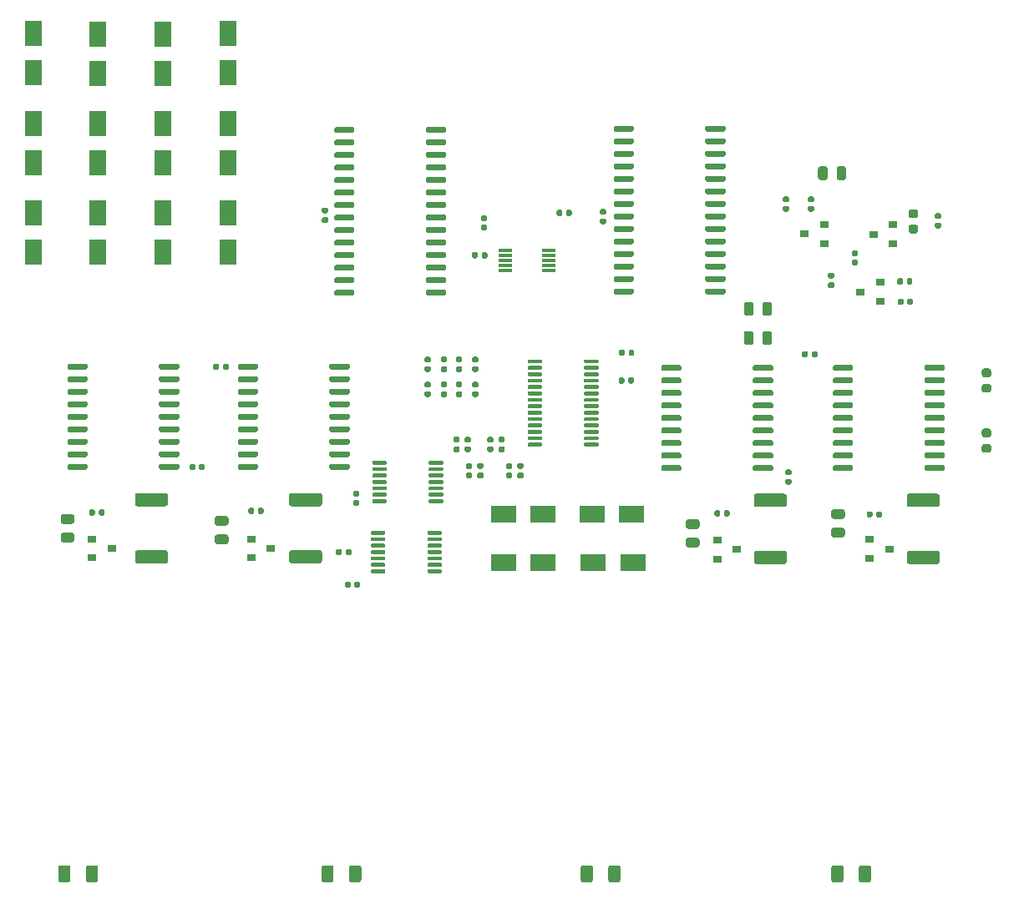
<source format=gbr>
G04 #@! TF.GenerationSoftware,KiCad,Pcbnew,5.1.6*
G04 #@! TF.CreationDate,2020-07-27T18:45:12-04:00*
G04 #@! TF.ProjectId,EVE-PCB-V4,4556452d-5043-4422-9d56-342e6b696361,rev?*
G04 #@! TF.SameCoordinates,Original*
G04 #@! TF.FileFunction,Paste,Top*
G04 #@! TF.FilePolarity,Positive*
%FSLAX46Y46*%
G04 Gerber Fmt 4.6, Leading zero omitted, Abs format (unit mm)*
G04 Created by KiCad (PCBNEW 5.1.6) date 2020-07-27 18:45:12*
%MOMM*%
%LPD*%
G01*
G04 APERTURE LIST*
%ADD10R,1.800000X2.500000*%
%ADD11R,2.500000X1.800000*%
%ADD12R,0.900000X0.800000*%
%ADD13R,1.400000X0.300000*%
G04 APERTURE END LIST*
G36*
G01*
X164788000Y-70762000D02*
X164788000Y-70462000D01*
G75*
G02*
X164938000Y-70312000I150000J0D01*
G01*
X166688000Y-70312000D01*
G75*
G02*
X166838000Y-70462000I0J-150000D01*
G01*
X166838000Y-70762000D01*
G75*
G02*
X166688000Y-70912000I-150000J0D01*
G01*
X164938000Y-70912000D01*
G75*
G02*
X164788000Y-70762000I0J150000D01*
G01*
G37*
G36*
G01*
X164788000Y-72032000D02*
X164788000Y-71732000D01*
G75*
G02*
X164938000Y-71582000I150000J0D01*
G01*
X166688000Y-71582000D01*
G75*
G02*
X166838000Y-71732000I0J-150000D01*
G01*
X166838000Y-72032000D01*
G75*
G02*
X166688000Y-72182000I-150000J0D01*
G01*
X164938000Y-72182000D01*
G75*
G02*
X164788000Y-72032000I0J150000D01*
G01*
G37*
G36*
G01*
X164788000Y-73302000D02*
X164788000Y-73002000D01*
G75*
G02*
X164938000Y-72852000I150000J0D01*
G01*
X166688000Y-72852000D01*
G75*
G02*
X166838000Y-73002000I0J-150000D01*
G01*
X166838000Y-73302000D01*
G75*
G02*
X166688000Y-73452000I-150000J0D01*
G01*
X164938000Y-73452000D01*
G75*
G02*
X164788000Y-73302000I0J150000D01*
G01*
G37*
G36*
G01*
X164788000Y-74572000D02*
X164788000Y-74272000D01*
G75*
G02*
X164938000Y-74122000I150000J0D01*
G01*
X166688000Y-74122000D01*
G75*
G02*
X166838000Y-74272000I0J-150000D01*
G01*
X166838000Y-74572000D01*
G75*
G02*
X166688000Y-74722000I-150000J0D01*
G01*
X164938000Y-74722000D01*
G75*
G02*
X164788000Y-74572000I0J150000D01*
G01*
G37*
G36*
G01*
X164788000Y-75842000D02*
X164788000Y-75542000D01*
G75*
G02*
X164938000Y-75392000I150000J0D01*
G01*
X166688000Y-75392000D01*
G75*
G02*
X166838000Y-75542000I0J-150000D01*
G01*
X166838000Y-75842000D01*
G75*
G02*
X166688000Y-75992000I-150000J0D01*
G01*
X164938000Y-75992000D01*
G75*
G02*
X164788000Y-75842000I0J150000D01*
G01*
G37*
G36*
G01*
X164788000Y-77112000D02*
X164788000Y-76812000D01*
G75*
G02*
X164938000Y-76662000I150000J0D01*
G01*
X166688000Y-76662000D01*
G75*
G02*
X166838000Y-76812000I0J-150000D01*
G01*
X166838000Y-77112000D01*
G75*
G02*
X166688000Y-77262000I-150000J0D01*
G01*
X164938000Y-77262000D01*
G75*
G02*
X164788000Y-77112000I0J150000D01*
G01*
G37*
G36*
G01*
X164788000Y-78382000D02*
X164788000Y-78082000D01*
G75*
G02*
X164938000Y-77932000I150000J0D01*
G01*
X166688000Y-77932000D01*
G75*
G02*
X166838000Y-78082000I0J-150000D01*
G01*
X166838000Y-78382000D01*
G75*
G02*
X166688000Y-78532000I-150000J0D01*
G01*
X164938000Y-78532000D01*
G75*
G02*
X164788000Y-78382000I0J150000D01*
G01*
G37*
G36*
G01*
X164788000Y-79652000D02*
X164788000Y-79352000D01*
G75*
G02*
X164938000Y-79202000I150000J0D01*
G01*
X166688000Y-79202000D01*
G75*
G02*
X166838000Y-79352000I0J-150000D01*
G01*
X166838000Y-79652000D01*
G75*
G02*
X166688000Y-79802000I-150000J0D01*
G01*
X164938000Y-79802000D01*
G75*
G02*
X164788000Y-79652000I0J150000D01*
G01*
G37*
G36*
G01*
X164788000Y-80922000D02*
X164788000Y-80622000D01*
G75*
G02*
X164938000Y-80472000I150000J0D01*
G01*
X166688000Y-80472000D01*
G75*
G02*
X166838000Y-80622000I0J-150000D01*
G01*
X166838000Y-80922000D01*
G75*
G02*
X166688000Y-81072000I-150000J0D01*
G01*
X164938000Y-81072000D01*
G75*
G02*
X164788000Y-80922000I0J150000D01*
G01*
G37*
G36*
G01*
X155488000Y-80922000D02*
X155488000Y-80622000D01*
G75*
G02*
X155638000Y-80472000I150000J0D01*
G01*
X157388000Y-80472000D01*
G75*
G02*
X157538000Y-80622000I0J-150000D01*
G01*
X157538000Y-80922000D01*
G75*
G02*
X157388000Y-81072000I-150000J0D01*
G01*
X155638000Y-81072000D01*
G75*
G02*
X155488000Y-80922000I0J150000D01*
G01*
G37*
G36*
G01*
X155488000Y-79652000D02*
X155488000Y-79352000D01*
G75*
G02*
X155638000Y-79202000I150000J0D01*
G01*
X157388000Y-79202000D01*
G75*
G02*
X157538000Y-79352000I0J-150000D01*
G01*
X157538000Y-79652000D01*
G75*
G02*
X157388000Y-79802000I-150000J0D01*
G01*
X155638000Y-79802000D01*
G75*
G02*
X155488000Y-79652000I0J150000D01*
G01*
G37*
G36*
G01*
X155488000Y-78382000D02*
X155488000Y-78082000D01*
G75*
G02*
X155638000Y-77932000I150000J0D01*
G01*
X157388000Y-77932000D01*
G75*
G02*
X157538000Y-78082000I0J-150000D01*
G01*
X157538000Y-78382000D01*
G75*
G02*
X157388000Y-78532000I-150000J0D01*
G01*
X155638000Y-78532000D01*
G75*
G02*
X155488000Y-78382000I0J150000D01*
G01*
G37*
G36*
G01*
X155488000Y-77112000D02*
X155488000Y-76812000D01*
G75*
G02*
X155638000Y-76662000I150000J0D01*
G01*
X157388000Y-76662000D01*
G75*
G02*
X157538000Y-76812000I0J-150000D01*
G01*
X157538000Y-77112000D01*
G75*
G02*
X157388000Y-77262000I-150000J0D01*
G01*
X155638000Y-77262000D01*
G75*
G02*
X155488000Y-77112000I0J150000D01*
G01*
G37*
G36*
G01*
X155488000Y-75842000D02*
X155488000Y-75542000D01*
G75*
G02*
X155638000Y-75392000I150000J0D01*
G01*
X157388000Y-75392000D01*
G75*
G02*
X157538000Y-75542000I0J-150000D01*
G01*
X157538000Y-75842000D01*
G75*
G02*
X157388000Y-75992000I-150000J0D01*
G01*
X155638000Y-75992000D01*
G75*
G02*
X155488000Y-75842000I0J150000D01*
G01*
G37*
G36*
G01*
X155488000Y-74572000D02*
X155488000Y-74272000D01*
G75*
G02*
X155638000Y-74122000I150000J0D01*
G01*
X157388000Y-74122000D01*
G75*
G02*
X157538000Y-74272000I0J-150000D01*
G01*
X157538000Y-74572000D01*
G75*
G02*
X157388000Y-74722000I-150000J0D01*
G01*
X155638000Y-74722000D01*
G75*
G02*
X155488000Y-74572000I0J150000D01*
G01*
G37*
G36*
G01*
X155488000Y-73302000D02*
X155488000Y-73002000D01*
G75*
G02*
X155638000Y-72852000I150000J0D01*
G01*
X157388000Y-72852000D01*
G75*
G02*
X157538000Y-73002000I0J-150000D01*
G01*
X157538000Y-73302000D01*
G75*
G02*
X157388000Y-73452000I-150000J0D01*
G01*
X155638000Y-73452000D01*
G75*
G02*
X155488000Y-73302000I0J150000D01*
G01*
G37*
G36*
G01*
X155488000Y-72032000D02*
X155488000Y-71732000D01*
G75*
G02*
X155638000Y-71582000I150000J0D01*
G01*
X157388000Y-71582000D01*
G75*
G02*
X157538000Y-71732000I0J-150000D01*
G01*
X157538000Y-72032000D01*
G75*
G02*
X157388000Y-72182000I-150000J0D01*
G01*
X155638000Y-72182000D01*
G75*
G02*
X155488000Y-72032000I0J150000D01*
G01*
G37*
G36*
G01*
X155488000Y-70762000D02*
X155488000Y-70462000D01*
G75*
G02*
X155638000Y-70312000I150000J0D01*
G01*
X157388000Y-70312000D01*
G75*
G02*
X157538000Y-70462000I0J-150000D01*
G01*
X157538000Y-70762000D01*
G75*
G02*
X157388000Y-70912000I-150000J0D01*
G01*
X155638000Y-70912000D01*
G75*
G02*
X155488000Y-70762000I0J150000D01*
G01*
G37*
G36*
G01*
X102397499Y-89093000D02*
X105247501Y-89093000D01*
G75*
G02*
X105497500Y-89342999I0J-249999D01*
G01*
X105497500Y-90193001D01*
G75*
G02*
X105247501Y-90443000I-249999J0D01*
G01*
X102397499Y-90443000D01*
G75*
G02*
X102147500Y-90193001I0J249999D01*
G01*
X102147500Y-89342999D01*
G75*
G02*
X102397499Y-89093000I249999J0D01*
G01*
G37*
G36*
G01*
X102397499Y-83293000D02*
X105247501Y-83293000D01*
G75*
G02*
X105497500Y-83542999I0J-249999D01*
G01*
X105497500Y-84393001D01*
G75*
G02*
X105247501Y-84643000I-249999J0D01*
G01*
X102397499Y-84643000D01*
G75*
G02*
X102147500Y-84393001I0J249999D01*
G01*
X102147500Y-83542999D01*
G75*
G02*
X102397499Y-83293000I249999J0D01*
G01*
G37*
G36*
G01*
X118018499Y-89093000D02*
X120868501Y-89093000D01*
G75*
G02*
X121118500Y-89342999I0J-249999D01*
G01*
X121118500Y-90193001D01*
G75*
G02*
X120868501Y-90443000I-249999J0D01*
G01*
X118018499Y-90443000D01*
G75*
G02*
X117768500Y-90193001I0J249999D01*
G01*
X117768500Y-89342999D01*
G75*
G02*
X118018499Y-89093000I249999J0D01*
G01*
G37*
G36*
G01*
X118018499Y-83293000D02*
X120868501Y-83293000D01*
G75*
G02*
X121118500Y-83542999I0J-249999D01*
G01*
X121118500Y-84393001D01*
G75*
G02*
X120868501Y-84643000I-249999J0D01*
G01*
X118018499Y-84643000D01*
G75*
G02*
X117768500Y-84393001I0J249999D01*
G01*
X117768500Y-83542999D01*
G75*
G02*
X118018499Y-83293000I249999J0D01*
G01*
G37*
G36*
G01*
X165135499Y-89156500D02*
X167985501Y-89156500D01*
G75*
G02*
X168235500Y-89406499I0J-249999D01*
G01*
X168235500Y-90256501D01*
G75*
G02*
X167985501Y-90506500I-249999J0D01*
G01*
X165135499Y-90506500D01*
G75*
G02*
X164885500Y-90256501I0J249999D01*
G01*
X164885500Y-89406499D01*
G75*
G02*
X165135499Y-89156500I249999J0D01*
G01*
G37*
G36*
G01*
X165135499Y-83356500D02*
X167985501Y-83356500D01*
G75*
G02*
X168235500Y-83606499I0J-249999D01*
G01*
X168235500Y-84456501D01*
G75*
G02*
X167985501Y-84706500I-249999J0D01*
G01*
X165135499Y-84706500D01*
G75*
G02*
X164885500Y-84456501I0J249999D01*
G01*
X164885500Y-83606499D01*
G75*
G02*
X165135499Y-83356500I249999J0D01*
G01*
G37*
G36*
G01*
X180629499Y-89156500D02*
X183479501Y-89156500D01*
G75*
G02*
X183729500Y-89406499I0J-249999D01*
G01*
X183729500Y-90256501D01*
G75*
G02*
X183479501Y-90506500I-249999J0D01*
G01*
X180629499Y-90506500D01*
G75*
G02*
X180379500Y-90256501I0J249999D01*
G01*
X180379500Y-89406499D01*
G75*
G02*
X180629499Y-89156500I249999J0D01*
G01*
G37*
G36*
G01*
X180629499Y-83356500D02*
X183479501Y-83356500D01*
G75*
G02*
X183729500Y-83606499I0J-249999D01*
G01*
X183729500Y-84456501D01*
G75*
G02*
X183479501Y-84706500I-249999J0D01*
G01*
X180629499Y-84706500D01*
G75*
G02*
X180379500Y-84456501I0J249999D01*
G01*
X180379500Y-83606499D01*
G75*
G02*
X180629499Y-83356500I249999J0D01*
G01*
G37*
G36*
G01*
X168320500Y-53785000D02*
X167975500Y-53785000D01*
G75*
G02*
X167828000Y-53637500I0J147500D01*
G01*
X167828000Y-53342500D01*
G75*
G02*
X167975500Y-53195000I147500J0D01*
G01*
X168320500Y-53195000D01*
G75*
G02*
X168468000Y-53342500I0J-147500D01*
G01*
X168468000Y-53637500D01*
G75*
G02*
X168320500Y-53785000I-147500J0D01*
G01*
G37*
G36*
G01*
X168320500Y-54755000D02*
X167975500Y-54755000D01*
G75*
G02*
X167828000Y-54607500I0J147500D01*
G01*
X167828000Y-54312500D01*
G75*
G02*
X167975500Y-54165000I147500J0D01*
G01*
X168320500Y-54165000D01*
G75*
G02*
X168468000Y-54312500I0J-147500D01*
G01*
X168468000Y-54607500D01*
G75*
G02*
X168320500Y-54755000I-147500J0D01*
G01*
G37*
G36*
G01*
X170860500Y-53785000D02*
X170515500Y-53785000D01*
G75*
G02*
X170368000Y-53637500I0J147500D01*
G01*
X170368000Y-53342500D01*
G75*
G02*
X170515500Y-53195000I147500J0D01*
G01*
X170860500Y-53195000D01*
G75*
G02*
X171008000Y-53342500I0J-147500D01*
G01*
X171008000Y-53637500D01*
G75*
G02*
X170860500Y-53785000I-147500J0D01*
G01*
G37*
G36*
G01*
X170860500Y-54755000D02*
X170515500Y-54755000D01*
G75*
G02*
X170368000Y-54607500I0J147500D01*
G01*
X170368000Y-54312500D01*
G75*
G02*
X170515500Y-54165000I147500J0D01*
G01*
X170860500Y-54165000D01*
G75*
G02*
X171008000Y-54312500I0J-147500D01*
G01*
X171008000Y-54607500D01*
G75*
G02*
X170860500Y-54755000I-147500J0D01*
G01*
G37*
G36*
G01*
X174960500Y-59626000D02*
X175305500Y-59626000D01*
G75*
G02*
X175453000Y-59773500I0J-147500D01*
G01*
X175453000Y-60068500D01*
G75*
G02*
X175305500Y-60216000I-147500J0D01*
G01*
X174960500Y-60216000D01*
G75*
G02*
X174813000Y-60068500I0J147500D01*
G01*
X174813000Y-59773500D01*
G75*
G02*
X174960500Y-59626000I147500J0D01*
G01*
G37*
G36*
G01*
X174960500Y-58656000D02*
X175305500Y-58656000D01*
G75*
G02*
X175453000Y-58803500I0J-147500D01*
G01*
X175453000Y-59098500D01*
G75*
G02*
X175305500Y-59246000I-147500J0D01*
G01*
X174960500Y-59246000D01*
G75*
G02*
X174813000Y-59098500I0J147500D01*
G01*
X174813000Y-58803500D01*
G75*
G02*
X174960500Y-58656000I147500J0D01*
G01*
G37*
G36*
G01*
X172547500Y-61912000D02*
X172892500Y-61912000D01*
G75*
G02*
X173040000Y-62059500I0J-147500D01*
G01*
X173040000Y-62354500D01*
G75*
G02*
X172892500Y-62502000I-147500J0D01*
G01*
X172547500Y-62502000D01*
G75*
G02*
X172400000Y-62354500I0J147500D01*
G01*
X172400000Y-62059500D01*
G75*
G02*
X172547500Y-61912000I147500J0D01*
G01*
G37*
G36*
G01*
X172547500Y-60942000D02*
X172892500Y-60942000D01*
G75*
G02*
X173040000Y-61089500I0J-147500D01*
G01*
X173040000Y-61384500D01*
G75*
G02*
X172892500Y-61532000I-147500J0D01*
G01*
X172547500Y-61532000D01*
G75*
G02*
X172400000Y-61384500I0J147500D01*
G01*
X172400000Y-61089500D01*
G75*
G02*
X172547500Y-60942000I147500J0D01*
G01*
G37*
G36*
G01*
X172727000Y-122545000D02*
X172727000Y-121295000D01*
G75*
G02*
X172977000Y-121045000I250000J0D01*
G01*
X173727000Y-121045000D01*
G75*
G02*
X173977000Y-121295000I0J-250000D01*
G01*
X173977000Y-122545000D01*
G75*
G02*
X173727000Y-122795000I-250000J0D01*
G01*
X172977000Y-122795000D01*
G75*
G02*
X172727000Y-122545000I0J250000D01*
G01*
G37*
G36*
G01*
X175527000Y-122545000D02*
X175527000Y-121295000D01*
G75*
G02*
X175777000Y-121045000I250000J0D01*
G01*
X176527000Y-121045000D01*
G75*
G02*
X176777000Y-121295000I0J-250000D01*
G01*
X176777000Y-122545000D01*
G75*
G02*
X176527000Y-122795000I-250000J0D01*
G01*
X175777000Y-122795000D01*
G75*
G02*
X175527000Y-122545000I0J250000D01*
G01*
G37*
G36*
G01*
X147327000Y-122545000D02*
X147327000Y-121295000D01*
G75*
G02*
X147577000Y-121045000I250000J0D01*
G01*
X148327000Y-121045000D01*
G75*
G02*
X148577000Y-121295000I0J-250000D01*
G01*
X148577000Y-122545000D01*
G75*
G02*
X148327000Y-122795000I-250000J0D01*
G01*
X147577000Y-122795000D01*
G75*
G02*
X147327000Y-122545000I0J250000D01*
G01*
G37*
G36*
G01*
X150127000Y-122545000D02*
X150127000Y-121295000D01*
G75*
G02*
X150377000Y-121045000I250000J0D01*
G01*
X151127000Y-121045000D01*
G75*
G02*
X151377000Y-121295000I0J-250000D01*
G01*
X151377000Y-122545000D01*
G75*
G02*
X151127000Y-122795000I-250000J0D01*
G01*
X150377000Y-122795000D01*
G75*
G02*
X150127000Y-122545000I0J250000D01*
G01*
G37*
G36*
G01*
X123841000Y-122545000D02*
X123841000Y-121295000D01*
G75*
G02*
X124091000Y-121045000I250000J0D01*
G01*
X124841000Y-121045000D01*
G75*
G02*
X125091000Y-121295000I0J-250000D01*
G01*
X125091000Y-122545000D01*
G75*
G02*
X124841000Y-122795000I-250000J0D01*
G01*
X124091000Y-122795000D01*
G75*
G02*
X123841000Y-122545000I0J250000D01*
G01*
G37*
G36*
G01*
X121041000Y-122545000D02*
X121041000Y-121295000D01*
G75*
G02*
X121291000Y-121045000I250000J0D01*
G01*
X122041000Y-121045000D01*
G75*
G02*
X122291000Y-121295000I0J-250000D01*
G01*
X122291000Y-122545000D01*
G75*
G02*
X122041000Y-122795000I-250000J0D01*
G01*
X121291000Y-122795000D01*
G75*
G02*
X121041000Y-122545000I0J250000D01*
G01*
G37*
G36*
G01*
X94365000Y-122545000D02*
X94365000Y-121295000D01*
G75*
G02*
X94615000Y-121045000I250000J0D01*
G01*
X95365000Y-121045000D01*
G75*
G02*
X95615000Y-121295000I0J-250000D01*
G01*
X95615000Y-122545000D01*
G75*
G02*
X95365000Y-122795000I-250000J0D01*
G01*
X94615000Y-122795000D01*
G75*
G02*
X94365000Y-122545000I0J250000D01*
G01*
G37*
G36*
G01*
X97165000Y-122545000D02*
X97165000Y-121295000D01*
G75*
G02*
X97415000Y-121045000I250000J0D01*
G01*
X98165000Y-121045000D01*
G75*
G02*
X98415000Y-121295000I0J-250000D01*
G01*
X98415000Y-122545000D01*
G75*
G02*
X98165000Y-122795000I-250000J0D01*
G01*
X97415000Y-122795000D01*
G75*
G02*
X97165000Y-122545000I0J250000D01*
G01*
G37*
G36*
G01*
X171396600Y-51307050D02*
X171396600Y-50394550D01*
G75*
G02*
X171640350Y-50150800I243750J0D01*
G01*
X172127850Y-50150800D01*
G75*
G02*
X172371600Y-50394550I0J-243750D01*
G01*
X172371600Y-51307050D01*
G75*
G02*
X172127850Y-51550800I-243750J0D01*
G01*
X171640350Y-51550800D01*
G75*
G02*
X171396600Y-51307050I0J243750D01*
G01*
G37*
G36*
G01*
X173271600Y-51307050D02*
X173271600Y-50394550D01*
G75*
G02*
X173515350Y-50150800I243750J0D01*
G01*
X174002850Y-50150800D01*
G75*
G02*
X174246600Y-50394550I0J-243750D01*
G01*
X174246600Y-51307050D01*
G75*
G02*
X174002850Y-51550800I-243750J0D01*
G01*
X173515350Y-51550800D01*
G75*
G02*
X173271600Y-51307050I0J243750D01*
G01*
G37*
D10*
X91842846Y-36688269D03*
X91842846Y-40688269D03*
X98363846Y-36751769D03*
X98363846Y-40751769D03*
X111596346Y-40688269D03*
X111596346Y-36688269D03*
X105011846Y-49821769D03*
X105011846Y-45821769D03*
X105011846Y-40751769D03*
X105011846Y-36751769D03*
X98363846Y-45821769D03*
X98363846Y-49821769D03*
X111596346Y-45821769D03*
X111596346Y-49821769D03*
X111596346Y-58891769D03*
X111596346Y-54891769D03*
X91842846Y-45821769D03*
X91842846Y-49821769D03*
X98363846Y-54891769D03*
X98363846Y-58891769D03*
X105011846Y-58891769D03*
X105011846Y-54891769D03*
X91842846Y-54891769D03*
X91842846Y-58891769D03*
G36*
G01*
X136062500Y-79139000D02*
X135717500Y-79139000D01*
G75*
G02*
X135570000Y-78991500I0J147500D01*
G01*
X135570000Y-78696500D01*
G75*
G02*
X135717500Y-78549000I147500J0D01*
G01*
X136062500Y-78549000D01*
G75*
G02*
X136210000Y-78696500I0J-147500D01*
G01*
X136210000Y-78991500D01*
G75*
G02*
X136062500Y-79139000I-147500J0D01*
G01*
G37*
G36*
G01*
X136062500Y-78169000D02*
X135717500Y-78169000D01*
G75*
G02*
X135570000Y-78021500I0J147500D01*
G01*
X135570000Y-77726500D01*
G75*
G02*
X135717500Y-77579000I147500J0D01*
G01*
X136062500Y-77579000D01*
G75*
G02*
X136210000Y-77726500I0J-147500D01*
G01*
X136210000Y-78021500D01*
G75*
G02*
X136062500Y-78169000I-147500J0D01*
G01*
G37*
G36*
G01*
X139491500Y-78169000D02*
X139146500Y-78169000D01*
G75*
G02*
X138999000Y-78021500I0J147500D01*
G01*
X138999000Y-77726500D01*
G75*
G02*
X139146500Y-77579000I147500J0D01*
G01*
X139491500Y-77579000D01*
G75*
G02*
X139639000Y-77726500I0J-147500D01*
G01*
X139639000Y-78021500D01*
G75*
G02*
X139491500Y-78169000I-147500J0D01*
G01*
G37*
G36*
G01*
X139491500Y-79139000D02*
X139146500Y-79139000D01*
G75*
G02*
X138999000Y-78991500I0J147500D01*
G01*
X138999000Y-78696500D01*
G75*
G02*
X139146500Y-78549000I147500J0D01*
G01*
X139491500Y-78549000D01*
G75*
G02*
X139639000Y-78696500I0J-147500D01*
G01*
X139639000Y-78991500D01*
G75*
G02*
X139491500Y-79139000I-147500J0D01*
G01*
G37*
G36*
G01*
X140253500Y-81806000D02*
X139908500Y-81806000D01*
G75*
G02*
X139761000Y-81658500I0J147500D01*
G01*
X139761000Y-81363500D01*
G75*
G02*
X139908500Y-81216000I147500J0D01*
G01*
X140253500Y-81216000D01*
G75*
G02*
X140401000Y-81363500I0J-147500D01*
G01*
X140401000Y-81658500D01*
G75*
G02*
X140253500Y-81806000I-147500J0D01*
G01*
G37*
G36*
G01*
X140253500Y-80836000D02*
X139908500Y-80836000D01*
G75*
G02*
X139761000Y-80688500I0J147500D01*
G01*
X139761000Y-80393500D01*
G75*
G02*
X139908500Y-80246000I147500J0D01*
G01*
X140253500Y-80246000D01*
G75*
G02*
X140401000Y-80393500I0J-147500D01*
G01*
X140401000Y-80688500D01*
G75*
G02*
X140253500Y-80836000I-147500J0D01*
G01*
G37*
G36*
G01*
X137332500Y-80836000D02*
X136987500Y-80836000D01*
G75*
G02*
X136840000Y-80688500I0J147500D01*
G01*
X136840000Y-80393500D01*
G75*
G02*
X136987500Y-80246000I147500J0D01*
G01*
X137332500Y-80246000D01*
G75*
G02*
X137480000Y-80393500I0J-147500D01*
G01*
X137480000Y-80688500D01*
G75*
G02*
X137332500Y-80836000I-147500J0D01*
G01*
G37*
G36*
G01*
X137332500Y-81806000D02*
X136987500Y-81806000D01*
G75*
G02*
X136840000Y-81658500I0J147500D01*
G01*
X136840000Y-81363500D01*
G75*
G02*
X136987500Y-81216000I147500J0D01*
G01*
X137332500Y-81216000D01*
G75*
G02*
X137480000Y-81363500I0J-147500D01*
G01*
X137480000Y-81658500D01*
G75*
G02*
X137332500Y-81806000I-147500J0D01*
G01*
G37*
G36*
G01*
X136316500Y-59354500D02*
X136316500Y-59009500D01*
G75*
G02*
X136464000Y-58862000I147500J0D01*
G01*
X136759000Y-58862000D01*
G75*
G02*
X136906500Y-59009500I0J-147500D01*
G01*
X136906500Y-59354500D01*
G75*
G02*
X136759000Y-59502000I-147500J0D01*
G01*
X136464000Y-59502000D01*
G75*
G02*
X136316500Y-59354500I0J147500D01*
G01*
G37*
G36*
G01*
X137286500Y-59354500D02*
X137286500Y-59009500D01*
G75*
G02*
X137434000Y-58862000I147500J0D01*
G01*
X137729000Y-58862000D01*
G75*
G02*
X137876500Y-59009500I0J-147500D01*
G01*
X137876500Y-59354500D01*
G75*
G02*
X137729000Y-59502000I-147500J0D01*
G01*
X137434000Y-59502000D01*
G75*
G02*
X137286500Y-59354500I0J147500D01*
G01*
G37*
G36*
G01*
X184237000Y-80622000D02*
X184237000Y-80922000D01*
G75*
G02*
X184087000Y-81072000I-150000J0D01*
G01*
X182337000Y-81072000D01*
G75*
G02*
X182187000Y-80922000I0J150000D01*
G01*
X182187000Y-80622000D01*
G75*
G02*
X182337000Y-80472000I150000J0D01*
G01*
X184087000Y-80472000D01*
G75*
G02*
X184237000Y-80622000I0J-150000D01*
G01*
G37*
G36*
G01*
X184237000Y-79352000D02*
X184237000Y-79652000D01*
G75*
G02*
X184087000Y-79802000I-150000J0D01*
G01*
X182337000Y-79802000D01*
G75*
G02*
X182187000Y-79652000I0J150000D01*
G01*
X182187000Y-79352000D01*
G75*
G02*
X182337000Y-79202000I150000J0D01*
G01*
X184087000Y-79202000D01*
G75*
G02*
X184237000Y-79352000I0J-150000D01*
G01*
G37*
G36*
G01*
X184237000Y-78082000D02*
X184237000Y-78382000D01*
G75*
G02*
X184087000Y-78532000I-150000J0D01*
G01*
X182337000Y-78532000D01*
G75*
G02*
X182187000Y-78382000I0J150000D01*
G01*
X182187000Y-78082000D01*
G75*
G02*
X182337000Y-77932000I150000J0D01*
G01*
X184087000Y-77932000D01*
G75*
G02*
X184237000Y-78082000I0J-150000D01*
G01*
G37*
G36*
G01*
X184237000Y-76812000D02*
X184237000Y-77112000D01*
G75*
G02*
X184087000Y-77262000I-150000J0D01*
G01*
X182337000Y-77262000D01*
G75*
G02*
X182187000Y-77112000I0J150000D01*
G01*
X182187000Y-76812000D01*
G75*
G02*
X182337000Y-76662000I150000J0D01*
G01*
X184087000Y-76662000D01*
G75*
G02*
X184237000Y-76812000I0J-150000D01*
G01*
G37*
G36*
G01*
X184237000Y-75542000D02*
X184237000Y-75842000D01*
G75*
G02*
X184087000Y-75992000I-150000J0D01*
G01*
X182337000Y-75992000D01*
G75*
G02*
X182187000Y-75842000I0J150000D01*
G01*
X182187000Y-75542000D01*
G75*
G02*
X182337000Y-75392000I150000J0D01*
G01*
X184087000Y-75392000D01*
G75*
G02*
X184237000Y-75542000I0J-150000D01*
G01*
G37*
G36*
G01*
X184237000Y-74272000D02*
X184237000Y-74572000D01*
G75*
G02*
X184087000Y-74722000I-150000J0D01*
G01*
X182337000Y-74722000D01*
G75*
G02*
X182187000Y-74572000I0J150000D01*
G01*
X182187000Y-74272000D01*
G75*
G02*
X182337000Y-74122000I150000J0D01*
G01*
X184087000Y-74122000D01*
G75*
G02*
X184237000Y-74272000I0J-150000D01*
G01*
G37*
G36*
G01*
X184237000Y-73002000D02*
X184237000Y-73302000D01*
G75*
G02*
X184087000Y-73452000I-150000J0D01*
G01*
X182337000Y-73452000D01*
G75*
G02*
X182187000Y-73302000I0J150000D01*
G01*
X182187000Y-73002000D01*
G75*
G02*
X182337000Y-72852000I150000J0D01*
G01*
X184087000Y-72852000D01*
G75*
G02*
X184237000Y-73002000I0J-150000D01*
G01*
G37*
G36*
G01*
X184237000Y-71732000D02*
X184237000Y-72032000D01*
G75*
G02*
X184087000Y-72182000I-150000J0D01*
G01*
X182337000Y-72182000D01*
G75*
G02*
X182187000Y-72032000I0J150000D01*
G01*
X182187000Y-71732000D01*
G75*
G02*
X182337000Y-71582000I150000J0D01*
G01*
X184087000Y-71582000D01*
G75*
G02*
X184237000Y-71732000I0J-150000D01*
G01*
G37*
G36*
G01*
X184237000Y-70462000D02*
X184237000Y-70762000D01*
G75*
G02*
X184087000Y-70912000I-150000J0D01*
G01*
X182337000Y-70912000D01*
G75*
G02*
X182187000Y-70762000I0J150000D01*
G01*
X182187000Y-70462000D01*
G75*
G02*
X182337000Y-70312000I150000J0D01*
G01*
X184087000Y-70312000D01*
G75*
G02*
X184237000Y-70462000I0J-150000D01*
G01*
G37*
G36*
G01*
X174937000Y-70462000D02*
X174937000Y-70762000D01*
G75*
G02*
X174787000Y-70912000I-150000J0D01*
G01*
X173037000Y-70912000D01*
G75*
G02*
X172887000Y-70762000I0J150000D01*
G01*
X172887000Y-70462000D01*
G75*
G02*
X173037000Y-70312000I150000J0D01*
G01*
X174787000Y-70312000D01*
G75*
G02*
X174937000Y-70462000I0J-150000D01*
G01*
G37*
G36*
G01*
X174937000Y-71732000D02*
X174937000Y-72032000D01*
G75*
G02*
X174787000Y-72182000I-150000J0D01*
G01*
X173037000Y-72182000D01*
G75*
G02*
X172887000Y-72032000I0J150000D01*
G01*
X172887000Y-71732000D01*
G75*
G02*
X173037000Y-71582000I150000J0D01*
G01*
X174787000Y-71582000D01*
G75*
G02*
X174937000Y-71732000I0J-150000D01*
G01*
G37*
G36*
G01*
X174937000Y-73002000D02*
X174937000Y-73302000D01*
G75*
G02*
X174787000Y-73452000I-150000J0D01*
G01*
X173037000Y-73452000D01*
G75*
G02*
X172887000Y-73302000I0J150000D01*
G01*
X172887000Y-73002000D01*
G75*
G02*
X173037000Y-72852000I150000J0D01*
G01*
X174787000Y-72852000D01*
G75*
G02*
X174937000Y-73002000I0J-150000D01*
G01*
G37*
G36*
G01*
X174937000Y-74272000D02*
X174937000Y-74572000D01*
G75*
G02*
X174787000Y-74722000I-150000J0D01*
G01*
X173037000Y-74722000D01*
G75*
G02*
X172887000Y-74572000I0J150000D01*
G01*
X172887000Y-74272000D01*
G75*
G02*
X173037000Y-74122000I150000J0D01*
G01*
X174787000Y-74122000D01*
G75*
G02*
X174937000Y-74272000I0J-150000D01*
G01*
G37*
G36*
G01*
X174937000Y-75542000D02*
X174937000Y-75842000D01*
G75*
G02*
X174787000Y-75992000I-150000J0D01*
G01*
X173037000Y-75992000D01*
G75*
G02*
X172887000Y-75842000I0J150000D01*
G01*
X172887000Y-75542000D01*
G75*
G02*
X173037000Y-75392000I150000J0D01*
G01*
X174787000Y-75392000D01*
G75*
G02*
X174937000Y-75542000I0J-150000D01*
G01*
G37*
G36*
G01*
X174937000Y-76812000D02*
X174937000Y-77112000D01*
G75*
G02*
X174787000Y-77262000I-150000J0D01*
G01*
X173037000Y-77262000D01*
G75*
G02*
X172887000Y-77112000I0J150000D01*
G01*
X172887000Y-76812000D01*
G75*
G02*
X173037000Y-76662000I150000J0D01*
G01*
X174787000Y-76662000D01*
G75*
G02*
X174937000Y-76812000I0J-150000D01*
G01*
G37*
G36*
G01*
X174937000Y-78082000D02*
X174937000Y-78382000D01*
G75*
G02*
X174787000Y-78532000I-150000J0D01*
G01*
X173037000Y-78532000D01*
G75*
G02*
X172887000Y-78382000I0J150000D01*
G01*
X172887000Y-78082000D01*
G75*
G02*
X173037000Y-77932000I150000J0D01*
G01*
X174787000Y-77932000D01*
G75*
G02*
X174937000Y-78082000I0J-150000D01*
G01*
G37*
G36*
G01*
X174937000Y-79352000D02*
X174937000Y-79652000D01*
G75*
G02*
X174787000Y-79802000I-150000J0D01*
G01*
X173037000Y-79802000D01*
G75*
G02*
X172887000Y-79652000I0J150000D01*
G01*
X172887000Y-79352000D01*
G75*
G02*
X173037000Y-79202000I150000J0D01*
G01*
X174787000Y-79202000D01*
G75*
G02*
X174937000Y-79352000I0J-150000D01*
G01*
G37*
G36*
G01*
X174937000Y-80622000D02*
X174937000Y-80922000D01*
G75*
G02*
X174787000Y-81072000I-150000J0D01*
G01*
X173037000Y-81072000D01*
G75*
G02*
X172887000Y-80922000I0J150000D01*
G01*
X172887000Y-80622000D01*
G75*
G02*
X173037000Y-80472000I150000J0D01*
G01*
X174787000Y-80472000D01*
G75*
G02*
X174937000Y-80622000I0J-150000D01*
G01*
G37*
G36*
G01*
X123912000Y-80495000D02*
X123912000Y-80795000D01*
G75*
G02*
X123762000Y-80945000I-150000J0D01*
G01*
X122012000Y-80945000D01*
G75*
G02*
X121862000Y-80795000I0J150000D01*
G01*
X121862000Y-80495000D01*
G75*
G02*
X122012000Y-80345000I150000J0D01*
G01*
X123762000Y-80345000D01*
G75*
G02*
X123912000Y-80495000I0J-150000D01*
G01*
G37*
G36*
G01*
X123912000Y-79225000D02*
X123912000Y-79525000D01*
G75*
G02*
X123762000Y-79675000I-150000J0D01*
G01*
X122012000Y-79675000D01*
G75*
G02*
X121862000Y-79525000I0J150000D01*
G01*
X121862000Y-79225000D01*
G75*
G02*
X122012000Y-79075000I150000J0D01*
G01*
X123762000Y-79075000D01*
G75*
G02*
X123912000Y-79225000I0J-150000D01*
G01*
G37*
G36*
G01*
X123912000Y-77955000D02*
X123912000Y-78255000D01*
G75*
G02*
X123762000Y-78405000I-150000J0D01*
G01*
X122012000Y-78405000D01*
G75*
G02*
X121862000Y-78255000I0J150000D01*
G01*
X121862000Y-77955000D01*
G75*
G02*
X122012000Y-77805000I150000J0D01*
G01*
X123762000Y-77805000D01*
G75*
G02*
X123912000Y-77955000I0J-150000D01*
G01*
G37*
G36*
G01*
X123912000Y-76685000D02*
X123912000Y-76985000D01*
G75*
G02*
X123762000Y-77135000I-150000J0D01*
G01*
X122012000Y-77135000D01*
G75*
G02*
X121862000Y-76985000I0J150000D01*
G01*
X121862000Y-76685000D01*
G75*
G02*
X122012000Y-76535000I150000J0D01*
G01*
X123762000Y-76535000D01*
G75*
G02*
X123912000Y-76685000I0J-150000D01*
G01*
G37*
G36*
G01*
X123912000Y-75415000D02*
X123912000Y-75715000D01*
G75*
G02*
X123762000Y-75865000I-150000J0D01*
G01*
X122012000Y-75865000D01*
G75*
G02*
X121862000Y-75715000I0J150000D01*
G01*
X121862000Y-75415000D01*
G75*
G02*
X122012000Y-75265000I150000J0D01*
G01*
X123762000Y-75265000D01*
G75*
G02*
X123912000Y-75415000I0J-150000D01*
G01*
G37*
G36*
G01*
X123912000Y-74145000D02*
X123912000Y-74445000D01*
G75*
G02*
X123762000Y-74595000I-150000J0D01*
G01*
X122012000Y-74595000D01*
G75*
G02*
X121862000Y-74445000I0J150000D01*
G01*
X121862000Y-74145000D01*
G75*
G02*
X122012000Y-73995000I150000J0D01*
G01*
X123762000Y-73995000D01*
G75*
G02*
X123912000Y-74145000I0J-150000D01*
G01*
G37*
G36*
G01*
X123912000Y-72875000D02*
X123912000Y-73175000D01*
G75*
G02*
X123762000Y-73325000I-150000J0D01*
G01*
X122012000Y-73325000D01*
G75*
G02*
X121862000Y-73175000I0J150000D01*
G01*
X121862000Y-72875000D01*
G75*
G02*
X122012000Y-72725000I150000J0D01*
G01*
X123762000Y-72725000D01*
G75*
G02*
X123912000Y-72875000I0J-150000D01*
G01*
G37*
G36*
G01*
X123912000Y-71605000D02*
X123912000Y-71905000D01*
G75*
G02*
X123762000Y-72055000I-150000J0D01*
G01*
X122012000Y-72055000D01*
G75*
G02*
X121862000Y-71905000I0J150000D01*
G01*
X121862000Y-71605000D01*
G75*
G02*
X122012000Y-71455000I150000J0D01*
G01*
X123762000Y-71455000D01*
G75*
G02*
X123912000Y-71605000I0J-150000D01*
G01*
G37*
G36*
G01*
X123912000Y-70335000D02*
X123912000Y-70635000D01*
G75*
G02*
X123762000Y-70785000I-150000J0D01*
G01*
X122012000Y-70785000D01*
G75*
G02*
X121862000Y-70635000I0J150000D01*
G01*
X121862000Y-70335000D01*
G75*
G02*
X122012000Y-70185000I150000J0D01*
G01*
X123762000Y-70185000D01*
G75*
G02*
X123912000Y-70335000I0J-150000D01*
G01*
G37*
G36*
G01*
X114612000Y-70335000D02*
X114612000Y-70635000D01*
G75*
G02*
X114462000Y-70785000I-150000J0D01*
G01*
X112712000Y-70785000D01*
G75*
G02*
X112562000Y-70635000I0J150000D01*
G01*
X112562000Y-70335000D01*
G75*
G02*
X112712000Y-70185000I150000J0D01*
G01*
X114462000Y-70185000D01*
G75*
G02*
X114612000Y-70335000I0J-150000D01*
G01*
G37*
G36*
G01*
X114612000Y-71605000D02*
X114612000Y-71905000D01*
G75*
G02*
X114462000Y-72055000I-150000J0D01*
G01*
X112712000Y-72055000D01*
G75*
G02*
X112562000Y-71905000I0J150000D01*
G01*
X112562000Y-71605000D01*
G75*
G02*
X112712000Y-71455000I150000J0D01*
G01*
X114462000Y-71455000D01*
G75*
G02*
X114612000Y-71605000I0J-150000D01*
G01*
G37*
G36*
G01*
X114612000Y-72875000D02*
X114612000Y-73175000D01*
G75*
G02*
X114462000Y-73325000I-150000J0D01*
G01*
X112712000Y-73325000D01*
G75*
G02*
X112562000Y-73175000I0J150000D01*
G01*
X112562000Y-72875000D01*
G75*
G02*
X112712000Y-72725000I150000J0D01*
G01*
X114462000Y-72725000D01*
G75*
G02*
X114612000Y-72875000I0J-150000D01*
G01*
G37*
G36*
G01*
X114612000Y-74145000D02*
X114612000Y-74445000D01*
G75*
G02*
X114462000Y-74595000I-150000J0D01*
G01*
X112712000Y-74595000D01*
G75*
G02*
X112562000Y-74445000I0J150000D01*
G01*
X112562000Y-74145000D01*
G75*
G02*
X112712000Y-73995000I150000J0D01*
G01*
X114462000Y-73995000D01*
G75*
G02*
X114612000Y-74145000I0J-150000D01*
G01*
G37*
G36*
G01*
X114612000Y-75415000D02*
X114612000Y-75715000D01*
G75*
G02*
X114462000Y-75865000I-150000J0D01*
G01*
X112712000Y-75865000D01*
G75*
G02*
X112562000Y-75715000I0J150000D01*
G01*
X112562000Y-75415000D01*
G75*
G02*
X112712000Y-75265000I150000J0D01*
G01*
X114462000Y-75265000D01*
G75*
G02*
X114612000Y-75415000I0J-150000D01*
G01*
G37*
G36*
G01*
X114612000Y-76685000D02*
X114612000Y-76985000D01*
G75*
G02*
X114462000Y-77135000I-150000J0D01*
G01*
X112712000Y-77135000D01*
G75*
G02*
X112562000Y-76985000I0J150000D01*
G01*
X112562000Y-76685000D01*
G75*
G02*
X112712000Y-76535000I150000J0D01*
G01*
X114462000Y-76535000D01*
G75*
G02*
X114612000Y-76685000I0J-150000D01*
G01*
G37*
G36*
G01*
X114612000Y-77955000D02*
X114612000Y-78255000D01*
G75*
G02*
X114462000Y-78405000I-150000J0D01*
G01*
X112712000Y-78405000D01*
G75*
G02*
X112562000Y-78255000I0J150000D01*
G01*
X112562000Y-77955000D01*
G75*
G02*
X112712000Y-77805000I150000J0D01*
G01*
X114462000Y-77805000D01*
G75*
G02*
X114612000Y-77955000I0J-150000D01*
G01*
G37*
G36*
G01*
X114612000Y-79225000D02*
X114612000Y-79525000D01*
G75*
G02*
X114462000Y-79675000I-150000J0D01*
G01*
X112712000Y-79675000D01*
G75*
G02*
X112562000Y-79525000I0J150000D01*
G01*
X112562000Y-79225000D01*
G75*
G02*
X112712000Y-79075000I150000J0D01*
G01*
X114462000Y-79075000D01*
G75*
G02*
X114612000Y-79225000I0J-150000D01*
G01*
G37*
G36*
G01*
X114612000Y-80495000D02*
X114612000Y-80795000D01*
G75*
G02*
X114462000Y-80945000I-150000J0D01*
G01*
X112712000Y-80945000D01*
G75*
G02*
X112562000Y-80795000I0J150000D01*
G01*
X112562000Y-80495000D01*
G75*
G02*
X112712000Y-80345000I150000J0D01*
G01*
X114462000Y-80345000D01*
G75*
G02*
X114612000Y-80495000I0J-150000D01*
G01*
G37*
G36*
G01*
X104590000Y-70635000D02*
X104590000Y-70335000D01*
G75*
G02*
X104740000Y-70185000I150000J0D01*
G01*
X106490000Y-70185000D01*
G75*
G02*
X106640000Y-70335000I0J-150000D01*
G01*
X106640000Y-70635000D01*
G75*
G02*
X106490000Y-70785000I-150000J0D01*
G01*
X104740000Y-70785000D01*
G75*
G02*
X104590000Y-70635000I0J150000D01*
G01*
G37*
G36*
G01*
X104590000Y-71905000D02*
X104590000Y-71605000D01*
G75*
G02*
X104740000Y-71455000I150000J0D01*
G01*
X106490000Y-71455000D01*
G75*
G02*
X106640000Y-71605000I0J-150000D01*
G01*
X106640000Y-71905000D01*
G75*
G02*
X106490000Y-72055000I-150000J0D01*
G01*
X104740000Y-72055000D01*
G75*
G02*
X104590000Y-71905000I0J150000D01*
G01*
G37*
G36*
G01*
X104590000Y-73175000D02*
X104590000Y-72875000D01*
G75*
G02*
X104740000Y-72725000I150000J0D01*
G01*
X106490000Y-72725000D01*
G75*
G02*
X106640000Y-72875000I0J-150000D01*
G01*
X106640000Y-73175000D01*
G75*
G02*
X106490000Y-73325000I-150000J0D01*
G01*
X104740000Y-73325000D01*
G75*
G02*
X104590000Y-73175000I0J150000D01*
G01*
G37*
G36*
G01*
X104590000Y-74445000D02*
X104590000Y-74145000D01*
G75*
G02*
X104740000Y-73995000I150000J0D01*
G01*
X106490000Y-73995000D01*
G75*
G02*
X106640000Y-74145000I0J-150000D01*
G01*
X106640000Y-74445000D01*
G75*
G02*
X106490000Y-74595000I-150000J0D01*
G01*
X104740000Y-74595000D01*
G75*
G02*
X104590000Y-74445000I0J150000D01*
G01*
G37*
G36*
G01*
X104590000Y-75715000D02*
X104590000Y-75415000D01*
G75*
G02*
X104740000Y-75265000I150000J0D01*
G01*
X106490000Y-75265000D01*
G75*
G02*
X106640000Y-75415000I0J-150000D01*
G01*
X106640000Y-75715000D01*
G75*
G02*
X106490000Y-75865000I-150000J0D01*
G01*
X104740000Y-75865000D01*
G75*
G02*
X104590000Y-75715000I0J150000D01*
G01*
G37*
G36*
G01*
X104590000Y-76985000D02*
X104590000Y-76685000D01*
G75*
G02*
X104740000Y-76535000I150000J0D01*
G01*
X106490000Y-76535000D01*
G75*
G02*
X106640000Y-76685000I0J-150000D01*
G01*
X106640000Y-76985000D01*
G75*
G02*
X106490000Y-77135000I-150000J0D01*
G01*
X104740000Y-77135000D01*
G75*
G02*
X104590000Y-76985000I0J150000D01*
G01*
G37*
G36*
G01*
X104590000Y-78255000D02*
X104590000Y-77955000D01*
G75*
G02*
X104740000Y-77805000I150000J0D01*
G01*
X106490000Y-77805000D01*
G75*
G02*
X106640000Y-77955000I0J-150000D01*
G01*
X106640000Y-78255000D01*
G75*
G02*
X106490000Y-78405000I-150000J0D01*
G01*
X104740000Y-78405000D01*
G75*
G02*
X104590000Y-78255000I0J150000D01*
G01*
G37*
G36*
G01*
X104590000Y-79525000D02*
X104590000Y-79225000D01*
G75*
G02*
X104740000Y-79075000I150000J0D01*
G01*
X106490000Y-79075000D01*
G75*
G02*
X106640000Y-79225000I0J-150000D01*
G01*
X106640000Y-79525000D01*
G75*
G02*
X106490000Y-79675000I-150000J0D01*
G01*
X104740000Y-79675000D01*
G75*
G02*
X104590000Y-79525000I0J150000D01*
G01*
G37*
G36*
G01*
X104590000Y-80795000D02*
X104590000Y-80495000D01*
G75*
G02*
X104740000Y-80345000I150000J0D01*
G01*
X106490000Y-80345000D01*
G75*
G02*
X106640000Y-80495000I0J-150000D01*
G01*
X106640000Y-80795000D01*
G75*
G02*
X106490000Y-80945000I-150000J0D01*
G01*
X104740000Y-80945000D01*
G75*
G02*
X104590000Y-80795000I0J150000D01*
G01*
G37*
G36*
G01*
X95290000Y-80795000D02*
X95290000Y-80495000D01*
G75*
G02*
X95440000Y-80345000I150000J0D01*
G01*
X97190000Y-80345000D01*
G75*
G02*
X97340000Y-80495000I0J-150000D01*
G01*
X97340000Y-80795000D01*
G75*
G02*
X97190000Y-80945000I-150000J0D01*
G01*
X95440000Y-80945000D01*
G75*
G02*
X95290000Y-80795000I0J150000D01*
G01*
G37*
G36*
G01*
X95290000Y-79525000D02*
X95290000Y-79225000D01*
G75*
G02*
X95440000Y-79075000I150000J0D01*
G01*
X97190000Y-79075000D01*
G75*
G02*
X97340000Y-79225000I0J-150000D01*
G01*
X97340000Y-79525000D01*
G75*
G02*
X97190000Y-79675000I-150000J0D01*
G01*
X95440000Y-79675000D01*
G75*
G02*
X95290000Y-79525000I0J150000D01*
G01*
G37*
G36*
G01*
X95290000Y-78255000D02*
X95290000Y-77955000D01*
G75*
G02*
X95440000Y-77805000I150000J0D01*
G01*
X97190000Y-77805000D01*
G75*
G02*
X97340000Y-77955000I0J-150000D01*
G01*
X97340000Y-78255000D01*
G75*
G02*
X97190000Y-78405000I-150000J0D01*
G01*
X95440000Y-78405000D01*
G75*
G02*
X95290000Y-78255000I0J150000D01*
G01*
G37*
G36*
G01*
X95290000Y-76985000D02*
X95290000Y-76685000D01*
G75*
G02*
X95440000Y-76535000I150000J0D01*
G01*
X97190000Y-76535000D01*
G75*
G02*
X97340000Y-76685000I0J-150000D01*
G01*
X97340000Y-76985000D01*
G75*
G02*
X97190000Y-77135000I-150000J0D01*
G01*
X95440000Y-77135000D01*
G75*
G02*
X95290000Y-76985000I0J150000D01*
G01*
G37*
G36*
G01*
X95290000Y-75715000D02*
X95290000Y-75415000D01*
G75*
G02*
X95440000Y-75265000I150000J0D01*
G01*
X97190000Y-75265000D01*
G75*
G02*
X97340000Y-75415000I0J-150000D01*
G01*
X97340000Y-75715000D01*
G75*
G02*
X97190000Y-75865000I-150000J0D01*
G01*
X95440000Y-75865000D01*
G75*
G02*
X95290000Y-75715000I0J150000D01*
G01*
G37*
G36*
G01*
X95290000Y-74445000D02*
X95290000Y-74145000D01*
G75*
G02*
X95440000Y-73995000I150000J0D01*
G01*
X97190000Y-73995000D01*
G75*
G02*
X97340000Y-74145000I0J-150000D01*
G01*
X97340000Y-74445000D01*
G75*
G02*
X97190000Y-74595000I-150000J0D01*
G01*
X95440000Y-74595000D01*
G75*
G02*
X95290000Y-74445000I0J150000D01*
G01*
G37*
G36*
G01*
X95290000Y-73175000D02*
X95290000Y-72875000D01*
G75*
G02*
X95440000Y-72725000I150000J0D01*
G01*
X97190000Y-72725000D01*
G75*
G02*
X97340000Y-72875000I0J-150000D01*
G01*
X97340000Y-73175000D01*
G75*
G02*
X97190000Y-73325000I-150000J0D01*
G01*
X95440000Y-73325000D01*
G75*
G02*
X95290000Y-73175000I0J150000D01*
G01*
G37*
G36*
G01*
X95290000Y-71905000D02*
X95290000Y-71605000D01*
G75*
G02*
X95440000Y-71455000I150000J0D01*
G01*
X97190000Y-71455000D01*
G75*
G02*
X97340000Y-71605000I0J-150000D01*
G01*
X97340000Y-71905000D01*
G75*
G02*
X97190000Y-72055000I-150000J0D01*
G01*
X95440000Y-72055000D01*
G75*
G02*
X95290000Y-71905000I0J150000D01*
G01*
G37*
G36*
G01*
X95290000Y-70635000D02*
X95290000Y-70335000D01*
G75*
G02*
X95440000Y-70185000I150000J0D01*
G01*
X97190000Y-70185000D01*
G75*
G02*
X97340000Y-70335000I0J-150000D01*
G01*
X97340000Y-70635000D01*
G75*
G02*
X97190000Y-70785000I-150000J0D01*
G01*
X95440000Y-70785000D01*
G75*
G02*
X95290000Y-70635000I0J150000D01*
G01*
G37*
G36*
G01*
X188724250Y-77628000D02*
X188211750Y-77628000D01*
G75*
G02*
X187993000Y-77409250I0J218750D01*
G01*
X187993000Y-76971750D01*
G75*
G02*
X188211750Y-76753000I218750J0D01*
G01*
X188724250Y-76753000D01*
G75*
G02*
X188943000Y-76971750I0J-218750D01*
G01*
X188943000Y-77409250D01*
G75*
G02*
X188724250Y-77628000I-218750J0D01*
G01*
G37*
G36*
G01*
X188724250Y-79203000D02*
X188211750Y-79203000D01*
G75*
G02*
X187993000Y-78984250I0J218750D01*
G01*
X187993000Y-78546750D01*
G75*
G02*
X188211750Y-78328000I218750J0D01*
G01*
X188724250Y-78328000D01*
G75*
G02*
X188943000Y-78546750I0J-218750D01*
G01*
X188943000Y-78984250D01*
G75*
G02*
X188724250Y-79203000I-218750J0D01*
G01*
G37*
G36*
G01*
X166728200Y-64161350D02*
X166728200Y-65073850D01*
G75*
G02*
X166484450Y-65317600I-243750J0D01*
G01*
X165996950Y-65317600D01*
G75*
G02*
X165753200Y-65073850I0J243750D01*
G01*
X165753200Y-64161350D01*
G75*
G02*
X165996950Y-63917600I243750J0D01*
G01*
X166484450Y-63917600D01*
G75*
G02*
X166728200Y-64161350I0J-243750D01*
G01*
G37*
G36*
G01*
X164853200Y-64161350D02*
X164853200Y-65073850D01*
G75*
G02*
X164609450Y-65317600I-243750J0D01*
G01*
X164121950Y-65317600D01*
G75*
G02*
X163878200Y-65073850I0J243750D01*
G01*
X163878200Y-64161350D01*
G75*
G02*
X164121950Y-63917600I243750J0D01*
G01*
X164609450Y-63917600D01*
G75*
G02*
X164853200Y-64161350I0J-243750D01*
G01*
G37*
G36*
G01*
X188724250Y-73107000D02*
X188211750Y-73107000D01*
G75*
G02*
X187993000Y-72888250I0J218750D01*
G01*
X187993000Y-72450750D01*
G75*
G02*
X188211750Y-72232000I218750J0D01*
G01*
X188724250Y-72232000D01*
G75*
G02*
X188943000Y-72450750I0J-218750D01*
G01*
X188943000Y-72888250D01*
G75*
G02*
X188724250Y-73107000I-218750J0D01*
G01*
G37*
G36*
G01*
X188724250Y-71532000D02*
X188211750Y-71532000D01*
G75*
G02*
X187993000Y-71313250I0J218750D01*
G01*
X187993000Y-70875750D01*
G75*
G02*
X188211750Y-70657000I218750J0D01*
G01*
X188724250Y-70657000D01*
G75*
G02*
X188943000Y-70875750I0J-218750D01*
G01*
X188943000Y-71313250D01*
G75*
G02*
X188724250Y-71532000I-218750J0D01*
G01*
G37*
G36*
G01*
X166728200Y-67107750D02*
X166728200Y-68020250D01*
G75*
G02*
X166484450Y-68264000I-243750J0D01*
G01*
X165996950Y-68264000D01*
G75*
G02*
X165753200Y-68020250I0J243750D01*
G01*
X165753200Y-67107750D01*
G75*
G02*
X165996950Y-66864000I243750J0D01*
G01*
X166484450Y-66864000D01*
G75*
G02*
X166728200Y-67107750I0J-243750D01*
G01*
G37*
G36*
G01*
X164853200Y-67107750D02*
X164853200Y-68020250D01*
G75*
G02*
X164609450Y-68264000I-243750J0D01*
G01*
X164121950Y-68264000D01*
G75*
G02*
X163878200Y-68020250I0J243750D01*
G01*
X163878200Y-67107750D01*
G75*
G02*
X164121950Y-66864000I243750J0D01*
G01*
X164609450Y-66864000D01*
G75*
G02*
X164853200Y-67107750I0J-243750D01*
G01*
G37*
G36*
G01*
X145859000Y-55036500D02*
X145859000Y-54691500D01*
G75*
G02*
X146006500Y-54544000I147500J0D01*
G01*
X146301500Y-54544000D01*
G75*
G02*
X146449000Y-54691500I0J-147500D01*
G01*
X146449000Y-55036500D01*
G75*
G02*
X146301500Y-55184000I-147500J0D01*
G01*
X146006500Y-55184000D01*
G75*
G02*
X145859000Y-55036500I0J147500D01*
G01*
G37*
G36*
G01*
X144889000Y-55036500D02*
X144889000Y-54691500D01*
G75*
G02*
X145036500Y-54544000I147500J0D01*
G01*
X145331500Y-54544000D01*
G75*
G02*
X145479000Y-54691500I0J-147500D01*
G01*
X145479000Y-55036500D01*
G75*
G02*
X145331500Y-55184000I-147500J0D01*
G01*
X145036500Y-55184000D01*
G75*
G02*
X144889000Y-55036500I0J147500D01*
G01*
G37*
G36*
G01*
X183712900Y-56456800D02*
X183367900Y-56456800D01*
G75*
G02*
X183220400Y-56309300I0J147500D01*
G01*
X183220400Y-56014300D01*
G75*
G02*
X183367900Y-55866800I147500J0D01*
G01*
X183712900Y-55866800D01*
G75*
G02*
X183860400Y-56014300I0J-147500D01*
G01*
X183860400Y-56309300D01*
G75*
G02*
X183712900Y-56456800I-147500J0D01*
G01*
G37*
G36*
G01*
X183712900Y-55486800D02*
X183367900Y-55486800D01*
G75*
G02*
X183220400Y-55339300I0J147500D01*
G01*
X183220400Y-55044300D01*
G75*
G02*
X183367900Y-54896800I147500J0D01*
G01*
X183712900Y-54896800D01*
G75*
G02*
X183860400Y-55044300I0J-147500D01*
G01*
X183860400Y-55339300D01*
G75*
G02*
X183712900Y-55486800I-147500J0D01*
G01*
G37*
G36*
G01*
X123507000Y-89453500D02*
X123507000Y-89108500D01*
G75*
G02*
X123654500Y-88961000I147500J0D01*
G01*
X123949500Y-88961000D01*
G75*
G02*
X124097000Y-89108500I0J-147500D01*
G01*
X124097000Y-89453500D01*
G75*
G02*
X123949500Y-89601000I-147500J0D01*
G01*
X123654500Y-89601000D01*
G75*
G02*
X123507000Y-89453500I0J147500D01*
G01*
G37*
G36*
G01*
X122537000Y-89453500D02*
X122537000Y-89108500D01*
G75*
G02*
X122684500Y-88961000I147500J0D01*
G01*
X122979500Y-88961000D01*
G75*
G02*
X123127000Y-89108500I0J-147500D01*
G01*
X123127000Y-89453500D01*
G75*
G02*
X122979500Y-89601000I-147500J0D01*
G01*
X122684500Y-89601000D01*
G75*
G02*
X122537000Y-89453500I0J147500D01*
G01*
G37*
G36*
G01*
X149778500Y-56025000D02*
X149433500Y-56025000D01*
G75*
G02*
X149286000Y-55877500I0J147500D01*
G01*
X149286000Y-55582500D01*
G75*
G02*
X149433500Y-55435000I147500J0D01*
G01*
X149778500Y-55435000D01*
G75*
G02*
X149926000Y-55582500I0J-147500D01*
G01*
X149926000Y-55877500D01*
G75*
G02*
X149778500Y-56025000I-147500J0D01*
G01*
G37*
G36*
G01*
X149778500Y-55055000D02*
X149433500Y-55055000D01*
G75*
G02*
X149286000Y-54907500I0J147500D01*
G01*
X149286000Y-54612500D01*
G75*
G02*
X149433500Y-54465000I147500J0D01*
G01*
X149778500Y-54465000D01*
G75*
G02*
X149926000Y-54612500I0J-147500D01*
G01*
X149926000Y-54907500D01*
G75*
G02*
X149778500Y-55055000I-147500J0D01*
G01*
G37*
G36*
G01*
X170371000Y-69042500D02*
X170371000Y-69387500D01*
G75*
G02*
X170223500Y-69535000I-147500J0D01*
G01*
X169928500Y-69535000D01*
G75*
G02*
X169781000Y-69387500I0J147500D01*
G01*
X169781000Y-69042500D01*
G75*
G02*
X169928500Y-68895000I147500J0D01*
G01*
X170223500Y-68895000D01*
G75*
G02*
X170371000Y-69042500I0J-147500D01*
G01*
G37*
G36*
G01*
X171341000Y-69042500D02*
X171341000Y-69387500D01*
G75*
G02*
X171193500Y-69535000I-147500J0D01*
G01*
X170898500Y-69535000D01*
G75*
G02*
X170751000Y-69387500I0J147500D01*
G01*
X170751000Y-69042500D01*
G75*
G02*
X170898500Y-68895000I147500J0D01*
G01*
X171193500Y-68895000D01*
G75*
G02*
X171341000Y-69042500I0J-147500D01*
G01*
G37*
G36*
G01*
X168229500Y-80881000D02*
X168574500Y-80881000D01*
G75*
G02*
X168722000Y-81028500I0J-147500D01*
G01*
X168722000Y-81323500D01*
G75*
G02*
X168574500Y-81471000I-147500J0D01*
G01*
X168229500Y-81471000D01*
G75*
G02*
X168082000Y-81323500I0J147500D01*
G01*
X168082000Y-81028500D01*
G75*
G02*
X168229500Y-80881000I147500J0D01*
G01*
G37*
G36*
G01*
X168229500Y-81851000D02*
X168574500Y-81851000D01*
G75*
G02*
X168722000Y-81998500I0J-147500D01*
G01*
X168722000Y-82293500D01*
G75*
G02*
X168574500Y-82441000I-147500J0D01*
G01*
X168229500Y-82441000D01*
G75*
G02*
X168082000Y-82293500I0J147500D01*
G01*
X168082000Y-81998500D01*
G75*
G02*
X168229500Y-81851000I147500J0D01*
G01*
G37*
G36*
G01*
X121584500Y-55898000D02*
X121239500Y-55898000D01*
G75*
G02*
X121092000Y-55750500I0J147500D01*
G01*
X121092000Y-55455500D01*
G75*
G02*
X121239500Y-55308000I147500J0D01*
G01*
X121584500Y-55308000D01*
G75*
G02*
X121732000Y-55455500I0J-147500D01*
G01*
X121732000Y-55750500D01*
G75*
G02*
X121584500Y-55898000I-147500J0D01*
G01*
G37*
G36*
G01*
X121584500Y-54928000D02*
X121239500Y-54928000D01*
G75*
G02*
X121092000Y-54780500I0J147500D01*
G01*
X121092000Y-54485500D01*
G75*
G02*
X121239500Y-54338000I147500J0D01*
G01*
X121584500Y-54338000D01*
G75*
G02*
X121732000Y-54485500I0J-147500D01*
G01*
X121732000Y-54780500D01*
G75*
G02*
X121584500Y-54928000I-147500J0D01*
G01*
G37*
G36*
G01*
X110681000Y-70312500D02*
X110681000Y-70657500D01*
G75*
G02*
X110533500Y-70805000I-147500J0D01*
G01*
X110238500Y-70805000D01*
G75*
G02*
X110091000Y-70657500I0J147500D01*
G01*
X110091000Y-70312500D01*
G75*
G02*
X110238500Y-70165000I147500J0D01*
G01*
X110533500Y-70165000D01*
G75*
G02*
X110681000Y-70312500I0J-147500D01*
G01*
G37*
G36*
G01*
X111651000Y-70312500D02*
X111651000Y-70657500D01*
G75*
G02*
X111503500Y-70805000I-147500J0D01*
G01*
X111208500Y-70805000D01*
G75*
G02*
X111061000Y-70657500I0J147500D01*
G01*
X111061000Y-70312500D01*
G75*
G02*
X111208500Y-70165000I147500J0D01*
G01*
X111503500Y-70165000D01*
G75*
G02*
X111651000Y-70312500I0J-147500D01*
G01*
G37*
G36*
G01*
X107678000Y-80817500D02*
X107678000Y-80472500D01*
G75*
G02*
X107825500Y-80325000I147500J0D01*
G01*
X108120500Y-80325000D01*
G75*
G02*
X108268000Y-80472500I0J-147500D01*
G01*
X108268000Y-80817500D01*
G75*
G02*
X108120500Y-80965000I-147500J0D01*
G01*
X107825500Y-80965000D01*
G75*
G02*
X107678000Y-80817500I0J147500D01*
G01*
G37*
G36*
G01*
X108648000Y-80817500D02*
X108648000Y-80472500D01*
G75*
G02*
X108795500Y-80325000I147500J0D01*
G01*
X109090500Y-80325000D01*
G75*
G02*
X109238000Y-80472500I0J-147500D01*
G01*
X109238000Y-80817500D01*
G75*
G02*
X109090500Y-80965000I-147500J0D01*
G01*
X108795500Y-80965000D01*
G75*
G02*
X108648000Y-80817500I0J147500D01*
G01*
G37*
G36*
G01*
X172962250Y-86810000D02*
X173874750Y-86810000D01*
G75*
G02*
X174118500Y-87053750I0J-243750D01*
G01*
X174118500Y-87541250D01*
G75*
G02*
X173874750Y-87785000I-243750J0D01*
G01*
X172962250Y-87785000D01*
G75*
G02*
X172718500Y-87541250I0J243750D01*
G01*
X172718500Y-87053750D01*
G75*
G02*
X172962250Y-86810000I243750J0D01*
G01*
G37*
G36*
G01*
X172962250Y-84935000D02*
X173874750Y-84935000D01*
G75*
G02*
X174118500Y-85178750I0J-243750D01*
G01*
X174118500Y-85666250D01*
G75*
G02*
X173874750Y-85910000I-243750J0D01*
G01*
X172962250Y-85910000D01*
G75*
G02*
X172718500Y-85666250I0J243750D01*
G01*
X172718500Y-85178750D01*
G75*
G02*
X172962250Y-84935000I243750J0D01*
G01*
G37*
G36*
G01*
X158230250Y-85951000D02*
X159142750Y-85951000D01*
G75*
G02*
X159386500Y-86194750I0J-243750D01*
G01*
X159386500Y-86682250D01*
G75*
G02*
X159142750Y-86926000I-243750J0D01*
G01*
X158230250Y-86926000D01*
G75*
G02*
X157986500Y-86682250I0J243750D01*
G01*
X157986500Y-86194750D01*
G75*
G02*
X158230250Y-85951000I243750J0D01*
G01*
G37*
G36*
G01*
X158230250Y-87826000D02*
X159142750Y-87826000D01*
G75*
G02*
X159386500Y-88069750I0J-243750D01*
G01*
X159386500Y-88557250D01*
G75*
G02*
X159142750Y-88801000I-243750J0D01*
G01*
X158230250Y-88801000D01*
G75*
G02*
X157986500Y-88557250I0J243750D01*
G01*
X157986500Y-88069750D01*
G75*
G02*
X158230250Y-87826000I243750J0D01*
G01*
G37*
G36*
G01*
X110478250Y-85633500D02*
X111390750Y-85633500D01*
G75*
G02*
X111634500Y-85877250I0J-243750D01*
G01*
X111634500Y-86364750D01*
G75*
G02*
X111390750Y-86608500I-243750J0D01*
G01*
X110478250Y-86608500D01*
G75*
G02*
X110234500Y-86364750I0J243750D01*
G01*
X110234500Y-85877250D01*
G75*
G02*
X110478250Y-85633500I243750J0D01*
G01*
G37*
G36*
G01*
X110478250Y-87508500D02*
X111390750Y-87508500D01*
G75*
G02*
X111634500Y-87752250I0J-243750D01*
G01*
X111634500Y-88239750D01*
G75*
G02*
X111390750Y-88483500I-243750J0D01*
G01*
X110478250Y-88483500D01*
G75*
G02*
X110234500Y-88239750I0J243750D01*
G01*
X110234500Y-87752250D01*
G75*
G02*
X110478250Y-87508500I243750J0D01*
G01*
G37*
G36*
G01*
X94857250Y-87318000D02*
X95769750Y-87318000D01*
G75*
G02*
X96013500Y-87561750I0J-243750D01*
G01*
X96013500Y-88049250D01*
G75*
G02*
X95769750Y-88293000I-243750J0D01*
G01*
X94857250Y-88293000D01*
G75*
G02*
X94613500Y-88049250I0J243750D01*
G01*
X94613500Y-87561750D01*
G75*
G02*
X94857250Y-87318000I243750J0D01*
G01*
G37*
G36*
G01*
X94857250Y-85443000D02*
X95769750Y-85443000D01*
G75*
G02*
X96013500Y-85686750I0J-243750D01*
G01*
X96013500Y-86174250D01*
G75*
G02*
X95769750Y-86418000I-243750J0D01*
G01*
X94857250Y-86418000D01*
G75*
G02*
X94613500Y-86174250I0J243750D01*
G01*
X94613500Y-85686750D01*
G75*
G02*
X94857250Y-85443000I243750J0D01*
G01*
G37*
G36*
G01*
X151213600Y-69235100D02*
X151213600Y-68890100D01*
G75*
G02*
X151361100Y-68742600I147500J0D01*
G01*
X151656100Y-68742600D01*
G75*
G02*
X151803600Y-68890100I0J-147500D01*
G01*
X151803600Y-69235100D01*
G75*
G02*
X151656100Y-69382600I-147500J0D01*
G01*
X151361100Y-69382600D01*
G75*
G02*
X151213600Y-69235100I0J147500D01*
G01*
G37*
G36*
G01*
X152183600Y-69235100D02*
X152183600Y-68890100D01*
G75*
G02*
X152331100Y-68742600I147500J0D01*
G01*
X152626100Y-68742600D01*
G75*
G02*
X152773600Y-68890100I0J-147500D01*
G01*
X152773600Y-69235100D01*
G75*
G02*
X152626100Y-69382600I-147500J0D01*
G01*
X152331100Y-69382600D01*
G75*
G02*
X152183600Y-69235100I0J147500D01*
G01*
G37*
D11*
X148495000Y-85407500D03*
X152495000Y-85407500D03*
X152622000Y-90360500D03*
X148622000Y-90360500D03*
X139541500Y-85407500D03*
X143541500Y-85407500D03*
X143541500Y-90360500D03*
X139541500Y-90360500D03*
D12*
X172005500Y-57973000D03*
X172005500Y-56073000D03*
X170005500Y-57023000D03*
X177003200Y-57048400D03*
X179003200Y-56098400D03*
X179003200Y-57998400D03*
X178609500Y-88963500D03*
X176609500Y-89913500D03*
X176609500Y-88013500D03*
X161179000Y-88077000D03*
X161179000Y-89977000D03*
X163179000Y-89027000D03*
X113935000Y-87950000D03*
X113935000Y-89850000D03*
X115935000Y-88900000D03*
X99806000Y-88900000D03*
X97806000Y-89850000D03*
X97806000Y-87950000D03*
G36*
G01*
X151175500Y-72054500D02*
X151175500Y-71709500D01*
G75*
G02*
X151323000Y-71562000I147500J0D01*
G01*
X151618000Y-71562000D01*
G75*
G02*
X151765500Y-71709500I0J-147500D01*
G01*
X151765500Y-72054500D01*
G75*
G02*
X151618000Y-72202000I-147500J0D01*
G01*
X151323000Y-72202000D01*
G75*
G02*
X151175500Y-72054500I0J147500D01*
G01*
G37*
G36*
G01*
X152145500Y-72054500D02*
X152145500Y-71709500D01*
G75*
G02*
X152293000Y-71562000I147500J0D01*
G01*
X152588000Y-71562000D01*
G75*
G02*
X152735500Y-71709500I0J-147500D01*
G01*
X152735500Y-72054500D01*
G75*
G02*
X152588000Y-72202000I-147500J0D01*
G01*
X152293000Y-72202000D01*
G75*
G02*
X152145500Y-72054500I0J147500D01*
G01*
G37*
G36*
G01*
X176911500Y-85298500D02*
X176911500Y-85643500D01*
G75*
G02*
X176764000Y-85791000I-147500J0D01*
G01*
X176469000Y-85791000D01*
G75*
G02*
X176321500Y-85643500I0J147500D01*
G01*
X176321500Y-85298500D01*
G75*
G02*
X176469000Y-85151000I147500J0D01*
G01*
X176764000Y-85151000D01*
G75*
G02*
X176911500Y-85298500I0J-147500D01*
G01*
G37*
G36*
G01*
X177881500Y-85298500D02*
X177881500Y-85643500D01*
G75*
G02*
X177734000Y-85791000I-147500J0D01*
G01*
X177439000Y-85791000D01*
G75*
G02*
X177291500Y-85643500I0J147500D01*
G01*
X177291500Y-85298500D01*
G75*
G02*
X177439000Y-85151000I147500J0D01*
G01*
X177734000Y-85151000D01*
G75*
G02*
X177881500Y-85298500I0J-147500D01*
G01*
G37*
G36*
G01*
X161481000Y-85171500D02*
X161481000Y-85516500D01*
G75*
G02*
X161333500Y-85664000I-147500J0D01*
G01*
X161038500Y-85664000D01*
G75*
G02*
X160891000Y-85516500I0J147500D01*
G01*
X160891000Y-85171500D01*
G75*
G02*
X161038500Y-85024000I147500J0D01*
G01*
X161333500Y-85024000D01*
G75*
G02*
X161481000Y-85171500I0J-147500D01*
G01*
G37*
G36*
G01*
X162451000Y-85171500D02*
X162451000Y-85516500D01*
G75*
G02*
X162303500Y-85664000I-147500J0D01*
G01*
X162008500Y-85664000D01*
G75*
G02*
X161861000Y-85516500I0J147500D01*
G01*
X161861000Y-85171500D01*
G75*
G02*
X162008500Y-85024000I147500J0D01*
G01*
X162303500Y-85024000D01*
G75*
G02*
X162451000Y-85171500I0J-147500D01*
G01*
G37*
G36*
G01*
X115207000Y-84917500D02*
X115207000Y-85262500D01*
G75*
G02*
X115059500Y-85410000I-147500J0D01*
G01*
X114764500Y-85410000D01*
G75*
G02*
X114617000Y-85262500I0J147500D01*
G01*
X114617000Y-84917500D01*
G75*
G02*
X114764500Y-84770000I147500J0D01*
G01*
X115059500Y-84770000D01*
G75*
G02*
X115207000Y-84917500I0J-147500D01*
G01*
G37*
G36*
G01*
X114237000Y-84917500D02*
X114237000Y-85262500D01*
G75*
G02*
X114089500Y-85410000I-147500J0D01*
G01*
X113794500Y-85410000D01*
G75*
G02*
X113647000Y-85262500I0J147500D01*
G01*
X113647000Y-84917500D01*
G75*
G02*
X113794500Y-84770000I147500J0D01*
G01*
X114089500Y-84770000D01*
G75*
G02*
X114237000Y-84917500I0J-147500D01*
G01*
G37*
G36*
G01*
X99078000Y-85108000D02*
X99078000Y-85453000D01*
G75*
G02*
X98930500Y-85600500I-147500J0D01*
G01*
X98635500Y-85600500D01*
G75*
G02*
X98488000Y-85453000I0J147500D01*
G01*
X98488000Y-85108000D01*
G75*
G02*
X98635500Y-84960500I147500J0D01*
G01*
X98930500Y-84960500D01*
G75*
G02*
X99078000Y-85108000I0J-147500D01*
G01*
G37*
G36*
G01*
X98108000Y-85108000D02*
X98108000Y-85453000D01*
G75*
G02*
X97960500Y-85600500I-147500J0D01*
G01*
X97665500Y-85600500D01*
G75*
G02*
X97518000Y-85453000I0J147500D01*
G01*
X97518000Y-85108000D01*
G75*
G02*
X97665500Y-84960500I147500J0D01*
G01*
X97960500Y-84960500D01*
G75*
G02*
X98108000Y-85108000I0J-147500D01*
G01*
G37*
G36*
G01*
X141942000Y-70043000D02*
X141942000Y-69843000D01*
G75*
G02*
X142042000Y-69743000I100000J0D01*
G01*
X143317000Y-69743000D01*
G75*
G02*
X143417000Y-69843000I0J-100000D01*
G01*
X143417000Y-70043000D01*
G75*
G02*
X143317000Y-70143000I-100000J0D01*
G01*
X142042000Y-70143000D01*
G75*
G02*
X141942000Y-70043000I0J100000D01*
G01*
G37*
G36*
G01*
X141942000Y-70693000D02*
X141942000Y-70493000D01*
G75*
G02*
X142042000Y-70393000I100000J0D01*
G01*
X143317000Y-70393000D01*
G75*
G02*
X143417000Y-70493000I0J-100000D01*
G01*
X143417000Y-70693000D01*
G75*
G02*
X143317000Y-70793000I-100000J0D01*
G01*
X142042000Y-70793000D01*
G75*
G02*
X141942000Y-70693000I0J100000D01*
G01*
G37*
G36*
G01*
X141942000Y-71343000D02*
X141942000Y-71143000D01*
G75*
G02*
X142042000Y-71043000I100000J0D01*
G01*
X143317000Y-71043000D01*
G75*
G02*
X143417000Y-71143000I0J-100000D01*
G01*
X143417000Y-71343000D01*
G75*
G02*
X143317000Y-71443000I-100000J0D01*
G01*
X142042000Y-71443000D01*
G75*
G02*
X141942000Y-71343000I0J100000D01*
G01*
G37*
G36*
G01*
X141942000Y-71993000D02*
X141942000Y-71793000D01*
G75*
G02*
X142042000Y-71693000I100000J0D01*
G01*
X143317000Y-71693000D01*
G75*
G02*
X143417000Y-71793000I0J-100000D01*
G01*
X143417000Y-71993000D01*
G75*
G02*
X143317000Y-72093000I-100000J0D01*
G01*
X142042000Y-72093000D01*
G75*
G02*
X141942000Y-71993000I0J100000D01*
G01*
G37*
G36*
G01*
X141942000Y-72643000D02*
X141942000Y-72443000D01*
G75*
G02*
X142042000Y-72343000I100000J0D01*
G01*
X143317000Y-72343000D01*
G75*
G02*
X143417000Y-72443000I0J-100000D01*
G01*
X143417000Y-72643000D01*
G75*
G02*
X143317000Y-72743000I-100000J0D01*
G01*
X142042000Y-72743000D01*
G75*
G02*
X141942000Y-72643000I0J100000D01*
G01*
G37*
G36*
G01*
X141942000Y-73293000D02*
X141942000Y-73093000D01*
G75*
G02*
X142042000Y-72993000I100000J0D01*
G01*
X143317000Y-72993000D01*
G75*
G02*
X143417000Y-73093000I0J-100000D01*
G01*
X143417000Y-73293000D01*
G75*
G02*
X143317000Y-73393000I-100000J0D01*
G01*
X142042000Y-73393000D01*
G75*
G02*
X141942000Y-73293000I0J100000D01*
G01*
G37*
G36*
G01*
X141942000Y-73943000D02*
X141942000Y-73743000D01*
G75*
G02*
X142042000Y-73643000I100000J0D01*
G01*
X143317000Y-73643000D01*
G75*
G02*
X143417000Y-73743000I0J-100000D01*
G01*
X143417000Y-73943000D01*
G75*
G02*
X143317000Y-74043000I-100000J0D01*
G01*
X142042000Y-74043000D01*
G75*
G02*
X141942000Y-73943000I0J100000D01*
G01*
G37*
G36*
G01*
X141942000Y-74593000D02*
X141942000Y-74393000D01*
G75*
G02*
X142042000Y-74293000I100000J0D01*
G01*
X143317000Y-74293000D01*
G75*
G02*
X143417000Y-74393000I0J-100000D01*
G01*
X143417000Y-74593000D01*
G75*
G02*
X143317000Y-74693000I-100000J0D01*
G01*
X142042000Y-74693000D01*
G75*
G02*
X141942000Y-74593000I0J100000D01*
G01*
G37*
G36*
G01*
X141942000Y-75243000D02*
X141942000Y-75043000D01*
G75*
G02*
X142042000Y-74943000I100000J0D01*
G01*
X143317000Y-74943000D01*
G75*
G02*
X143417000Y-75043000I0J-100000D01*
G01*
X143417000Y-75243000D01*
G75*
G02*
X143317000Y-75343000I-100000J0D01*
G01*
X142042000Y-75343000D01*
G75*
G02*
X141942000Y-75243000I0J100000D01*
G01*
G37*
G36*
G01*
X141942000Y-75893000D02*
X141942000Y-75693000D01*
G75*
G02*
X142042000Y-75593000I100000J0D01*
G01*
X143317000Y-75593000D01*
G75*
G02*
X143417000Y-75693000I0J-100000D01*
G01*
X143417000Y-75893000D01*
G75*
G02*
X143317000Y-75993000I-100000J0D01*
G01*
X142042000Y-75993000D01*
G75*
G02*
X141942000Y-75893000I0J100000D01*
G01*
G37*
G36*
G01*
X141942000Y-76543000D02*
X141942000Y-76343000D01*
G75*
G02*
X142042000Y-76243000I100000J0D01*
G01*
X143317000Y-76243000D01*
G75*
G02*
X143417000Y-76343000I0J-100000D01*
G01*
X143417000Y-76543000D01*
G75*
G02*
X143317000Y-76643000I-100000J0D01*
G01*
X142042000Y-76643000D01*
G75*
G02*
X141942000Y-76543000I0J100000D01*
G01*
G37*
G36*
G01*
X141942000Y-77193000D02*
X141942000Y-76993000D01*
G75*
G02*
X142042000Y-76893000I100000J0D01*
G01*
X143317000Y-76893000D01*
G75*
G02*
X143417000Y-76993000I0J-100000D01*
G01*
X143417000Y-77193000D01*
G75*
G02*
X143317000Y-77293000I-100000J0D01*
G01*
X142042000Y-77293000D01*
G75*
G02*
X141942000Y-77193000I0J100000D01*
G01*
G37*
G36*
G01*
X141942000Y-77843000D02*
X141942000Y-77643000D01*
G75*
G02*
X142042000Y-77543000I100000J0D01*
G01*
X143317000Y-77543000D01*
G75*
G02*
X143417000Y-77643000I0J-100000D01*
G01*
X143417000Y-77843000D01*
G75*
G02*
X143317000Y-77943000I-100000J0D01*
G01*
X142042000Y-77943000D01*
G75*
G02*
X141942000Y-77843000I0J100000D01*
G01*
G37*
G36*
G01*
X141942000Y-78493000D02*
X141942000Y-78293000D01*
G75*
G02*
X142042000Y-78193000I100000J0D01*
G01*
X143317000Y-78193000D01*
G75*
G02*
X143417000Y-78293000I0J-100000D01*
G01*
X143417000Y-78493000D01*
G75*
G02*
X143317000Y-78593000I-100000J0D01*
G01*
X142042000Y-78593000D01*
G75*
G02*
X141942000Y-78493000I0J100000D01*
G01*
G37*
G36*
G01*
X147667000Y-78493000D02*
X147667000Y-78293000D01*
G75*
G02*
X147767000Y-78193000I100000J0D01*
G01*
X149042000Y-78193000D01*
G75*
G02*
X149142000Y-78293000I0J-100000D01*
G01*
X149142000Y-78493000D01*
G75*
G02*
X149042000Y-78593000I-100000J0D01*
G01*
X147767000Y-78593000D01*
G75*
G02*
X147667000Y-78493000I0J100000D01*
G01*
G37*
G36*
G01*
X147667000Y-77843000D02*
X147667000Y-77643000D01*
G75*
G02*
X147767000Y-77543000I100000J0D01*
G01*
X149042000Y-77543000D01*
G75*
G02*
X149142000Y-77643000I0J-100000D01*
G01*
X149142000Y-77843000D01*
G75*
G02*
X149042000Y-77943000I-100000J0D01*
G01*
X147767000Y-77943000D01*
G75*
G02*
X147667000Y-77843000I0J100000D01*
G01*
G37*
G36*
G01*
X147667000Y-77193000D02*
X147667000Y-76993000D01*
G75*
G02*
X147767000Y-76893000I100000J0D01*
G01*
X149042000Y-76893000D01*
G75*
G02*
X149142000Y-76993000I0J-100000D01*
G01*
X149142000Y-77193000D01*
G75*
G02*
X149042000Y-77293000I-100000J0D01*
G01*
X147767000Y-77293000D01*
G75*
G02*
X147667000Y-77193000I0J100000D01*
G01*
G37*
G36*
G01*
X147667000Y-76543000D02*
X147667000Y-76343000D01*
G75*
G02*
X147767000Y-76243000I100000J0D01*
G01*
X149042000Y-76243000D01*
G75*
G02*
X149142000Y-76343000I0J-100000D01*
G01*
X149142000Y-76543000D01*
G75*
G02*
X149042000Y-76643000I-100000J0D01*
G01*
X147767000Y-76643000D01*
G75*
G02*
X147667000Y-76543000I0J100000D01*
G01*
G37*
G36*
G01*
X147667000Y-75893000D02*
X147667000Y-75693000D01*
G75*
G02*
X147767000Y-75593000I100000J0D01*
G01*
X149042000Y-75593000D01*
G75*
G02*
X149142000Y-75693000I0J-100000D01*
G01*
X149142000Y-75893000D01*
G75*
G02*
X149042000Y-75993000I-100000J0D01*
G01*
X147767000Y-75993000D01*
G75*
G02*
X147667000Y-75893000I0J100000D01*
G01*
G37*
G36*
G01*
X147667000Y-75243000D02*
X147667000Y-75043000D01*
G75*
G02*
X147767000Y-74943000I100000J0D01*
G01*
X149042000Y-74943000D01*
G75*
G02*
X149142000Y-75043000I0J-100000D01*
G01*
X149142000Y-75243000D01*
G75*
G02*
X149042000Y-75343000I-100000J0D01*
G01*
X147767000Y-75343000D01*
G75*
G02*
X147667000Y-75243000I0J100000D01*
G01*
G37*
G36*
G01*
X147667000Y-74593000D02*
X147667000Y-74393000D01*
G75*
G02*
X147767000Y-74293000I100000J0D01*
G01*
X149042000Y-74293000D01*
G75*
G02*
X149142000Y-74393000I0J-100000D01*
G01*
X149142000Y-74593000D01*
G75*
G02*
X149042000Y-74693000I-100000J0D01*
G01*
X147767000Y-74693000D01*
G75*
G02*
X147667000Y-74593000I0J100000D01*
G01*
G37*
G36*
G01*
X147667000Y-73943000D02*
X147667000Y-73743000D01*
G75*
G02*
X147767000Y-73643000I100000J0D01*
G01*
X149042000Y-73643000D01*
G75*
G02*
X149142000Y-73743000I0J-100000D01*
G01*
X149142000Y-73943000D01*
G75*
G02*
X149042000Y-74043000I-100000J0D01*
G01*
X147767000Y-74043000D01*
G75*
G02*
X147667000Y-73943000I0J100000D01*
G01*
G37*
G36*
G01*
X147667000Y-73293000D02*
X147667000Y-73093000D01*
G75*
G02*
X147767000Y-72993000I100000J0D01*
G01*
X149042000Y-72993000D01*
G75*
G02*
X149142000Y-73093000I0J-100000D01*
G01*
X149142000Y-73293000D01*
G75*
G02*
X149042000Y-73393000I-100000J0D01*
G01*
X147767000Y-73393000D01*
G75*
G02*
X147667000Y-73293000I0J100000D01*
G01*
G37*
G36*
G01*
X147667000Y-72643000D02*
X147667000Y-72443000D01*
G75*
G02*
X147767000Y-72343000I100000J0D01*
G01*
X149042000Y-72343000D01*
G75*
G02*
X149142000Y-72443000I0J-100000D01*
G01*
X149142000Y-72643000D01*
G75*
G02*
X149042000Y-72743000I-100000J0D01*
G01*
X147767000Y-72743000D01*
G75*
G02*
X147667000Y-72643000I0J100000D01*
G01*
G37*
G36*
G01*
X147667000Y-71993000D02*
X147667000Y-71793000D01*
G75*
G02*
X147767000Y-71693000I100000J0D01*
G01*
X149042000Y-71693000D01*
G75*
G02*
X149142000Y-71793000I0J-100000D01*
G01*
X149142000Y-71993000D01*
G75*
G02*
X149042000Y-72093000I-100000J0D01*
G01*
X147767000Y-72093000D01*
G75*
G02*
X147667000Y-71993000I0J100000D01*
G01*
G37*
G36*
G01*
X147667000Y-71343000D02*
X147667000Y-71143000D01*
G75*
G02*
X147767000Y-71043000I100000J0D01*
G01*
X149042000Y-71043000D01*
G75*
G02*
X149142000Y-71143000I0J-100000D01*
G01*
X149142000Y-71343000D01*
G75*
G02*
X149042000Y-71443000I-100000J0D01*
G01*
X147767000Y-71443000D01*
G75*
G02*
X147667000Y-71343000I0J100000D01*
G01*
G37*
G36*
G01*
X147667000Y-70693000D02*
X147667000Y-70493000D01*
G75*
G02*
X147767000Y-70393000I100000J0D01*
G01*
X149042000Y-70393000D01*
G75*
G02*
X149142000Y-70493000I0J-100000D01*
G01*
X149142000Y-70693000D01*
G75*
G02*
X149042000Y-70793000I-100000J0D01*
G01*
X147767000Y-70793000D01*
G75*
G02*
X147667000Y-70693000I0J100000D01*
G01*
G37*
G36*
G01*
X147667000Y-70043000D02*
X147667000Y-69843000D01*
G75*
G02*
X147767000Y-69743000I100000J0D01*
G01*
X149042000Y-69743000D01*
G75*
G02*
X149142000Y-69843000I0J-100000D01*
G01*
X149142000Y-70043000D01*
G75*
G02*
X149042000Y-70143000I-100000J0D01*
G01*
X147767000Y-70143000D01*
G75*
G02*
X147667000Y-70043000I0J100000D01*
G01*
G37*
G36*
G01*
X159962000Y-46505000D02*
X159962000Y-46205000D01*
G75*
G02*
X160112000Y-46055000I150000J0D01*
G01*
X161862000Y-46055000D01*
G75*
G02*
X162012000Y-46205000I0J-150000D01*
G01*
X162012000Y-46505000D01*
G75*
G02*
X161862000Y-46655000I-150000J0D01*
G01*
X160112000Y-46655000D01*
G75*
G02*
X159962000Y-46505000I0J150000D01*
G01*
G37*
G36*
G01*
X159962000Y-47775000D02*
X159962000Y-47475000D01*
G75*
G02*
X160112000Y-47325000I150000J0D01*
G01*
X161862000Y-47325000D01*
G75*
G02*
X162012000Y-47475000I0J-150000D01*
G01*
X162012000Y-47775000D01*
G75*
G02*
X161862000Y-47925000I-150000J0D01*
G01*
X160112000Y-47925000D01*
G75*
G02*
X159962000Y-47775000I0J150000D01*
G01*
G37*
G36*
G01*
X159962000Y-49045000D02*
X159962000Y-48745000D01*
G75*
G02*
X160112000Y-48595000I150000J0D01*
G01*
X161862000Y-48595000D01*
G75*
G02*
X162012000Y-48745000I0J-150000D01*
G01*
X162012000Y-49045000D01*
G75*
G02*
X161862000Y-49195000I-150000J0D01*
G01*
X160112000Y-49195000D01*
G75*
G02*
X159962000Y-49045000I0J150000D01*
G01*
G37*
G36*
G01*
X159962000Y-50315000D02*
X159962000Y-50015000D01*
G75*
G02*
X160112000Y-49865000I150000J0D01*
G01*
X161862000Y-49865000D01*
G75*
G02*
X162012000Y-50015000I0J-150000D01*
G01*
X162012000Y-50315000D01*
G75*
G02*
X161862000Y-50465000I-150000J0D01*
G01*
X160112000Y-50465000D01*
G75*
G02*
X159962000Y-50315000I0J150000D01*
G01*
G37*
G36*
G01*
X159962000Y-51585000D02*
X159962000Y-51285000D01*
G75*
G02*
X160112000Y-51135000I150000J0D01*
G01*
X161862000Y-51135000D01*
G75*
G02*
X162012000Y-51285000I0J-150000D01*
G01*
X162012000Y-51585000D01*
G75*
G02*
X161862000Y-51735000I-150000J0D01*
G01*
X160112000Y-51735000D01*
G75*
G02*
X159962000Y-51585000I0J150000D01*
G01*
G37*
G36*
G01*
X159962000Y-52855000D02*
X159962000Y-52555000D01*
G75*
G02*
X160112000Y-52405000I150000J0D01*
G01*
X161862000Y-52405000D01*
G75*
G02*
X162012000Y-52555000I0J-150000D01*
G01*
X162012000Y-52855000D01*
G75*
G02*
X161862000Y-53005000I-150000J0D01*
G01*
X160112000Y-53005000D01*
G75*
G02*
X159962000Y-52855000I0J150000D01*
G01*
G37*
G36*
G01*
X159962000Y-54125000D02*
X159962000Y-53825000D01*
G75*
G02*
X160112000Y-53675000I150000J0D01*
G01*
X161862000Y-53675000D01*
G75*
G02*
X162012000Y-53825000I0J-150000D01*
G01*
X162012000Y-54125000D01*
G75*
G02*
X161862000Y-54275000I-150000J0D01*
G01*
X160112000Y-54275000D01*
G75*
G02*
X159962000Y-54125000I0J150000D01*
G01*
G37*
G36*
G01*
X159962000Y-55395000D02*
X159962000Y-55095000D01*
G75*
G02*
X160112000Y-54945000I150000J0D01*
G01*
X161862000Y-54945000D01*
G75*
G02*
X162012000Y-55095000I0J-150000D01*
G01*
X162012000Y-55395000D01*
G75*
G02*
X161862000Y-55545000I-150000J0D01*
G01*
X160112000Y-55545000D01*
G75*
G02*
X159962000Y-55395000I0J150000D01*
G01*
G37*
G36*
G01*
X159962000Y-56665000D02*
X159962000Y-56365000D01*
G75*
G02*
X160112000Y-56215000I150000J0D01*
G01*
X161862000Y-56215000D01*
G75*
G02*
X162012000Y-56365000I0J-150000D01*
G01*
X162012000Y-56665000D01*
G75*
G02*
X161862000Y-56815000I-150000J0D01*
G01*
X160112000Y-56815000D01*
G75*
G02*
X159962000Y-56665000I0J150000D01*
G01*
G37*
G36*
G01*
X159962000Y-57935000D02*
X159962000Y-57635000D01*
G75*
G02*
X160112000Y-57485000I150000J0D01*
G01*
X161862000Y-57485000D01*
G75*
G02*
X162012000Y-57635000I0J-150000D01*
G01*
X162012000Y-57935000D01*
G75*
G02*
X161862000Y-58085000I-150000J0D01*
G01*
X160112000Y-58085000D01*
G75*
G02*
X159962000Y-57935000I0J150000D01*
G01*
G37*
G36*
G01*
X159962000Y-59205000D02*
X159962000Y-58905000D01*
G75*
G02*
X160112000Y-58755000I150000J0D01*
G01*
X161862000Y-58755000D01*
G75*
G02*
X162012000Y-58905000I0J-150000D01*
G01*
X162012000Y-59205000D01*
G75*
G02*
X161862000Y-59355000I-150000J0D01*
G01*
X160112000Y-59355000D01*
G75*
G02*
X159962000Y-59205000I0J150000D01*
G01*
G37*
G36*
G01*
X159962000Y-60475000D02*
X159962000Y-60175000D01*
G75*
G02*
X160112000Y-60025000I150000J0D01*
G01*
X161862000Y-60025000D01*
G75*
G02*
X162012000Y-60175000I0J-150000D01*
G01*
X162012000Y-60475000D01*
G75*
G02*
X161862000Y-60625000I-150000J0D01*
G01*
X160112000Y-60625000D01*
G75*
G02*
X159962000Y-60475000I0J150000D01*
G01*
G37*
G36*
G01*
X159962000Y-61745000D02*
X159962000Y-61445000D01*
G75*
G02*
X160112000Y-61295000I150000J0D01*
G01*
X161862000Y-61295000D01*
G75*
G02*
X162012000Y-61445000I0J-150000D01*
G01*
X162012000Y-61745000D01*
G75*
G02*
X161862000Y-61895000I-150000J0D01*
G01*
X160112000Y-61895000D01*
G75*
G02*
X159962000Y-61745000I0J150000D01*
G01*
G37*
G36*
G01*
X159962000Y-63015000D02*
X159962000Y-62715000D01*
G75*
G02*
X160112000Y-62565000I150000J0D01*
G01*
X161862000Y-62565000D01*
G75*
G02*
X162012000Y-62715000I0J-150000D01*
G01*
X162012000Y-63015000D01*
G75*
G02*
X161862000Y-63165000I-150000J0D01*
G01*
X160112000Y-63165000D01*
G75*
G02*
X159962000Y-63015000I0J150000D01*
G01*
G37*
G36*
G01*
X150662000Y-63015000D02*
X150662000Y-62715000D01*
G75*
G02*
X150812000Y-62565000I150000J0D01*
G01*
X152562000Y-62565000D01*
G75*
G02*
X152712000Y-62715000I0J-150000D01*
G01*
X152712000Y-63015000D01*
G75*
G02*
X152562000Y-63165000I-150000J0D01*
G01*
X150812000Y-63165000D01*
G75*
G02*
X150662000Y-63015000I0J150000D01*
G01*
G37*
G36*
G01*
X150662000Y-61745000D02*
X150662000Y-61445000D01*
G75*
G02*
X150812000Y-61295000I150000J0D01*
G01*
X152562000Y-61295000D01*
G75*
G02*
X152712000Y-61445000I0J-150000D01*
G01*
X152712000Y-61745000D01*
G75*
G02*
X152562000Y-61895000I-150000J0D01*
G01*
X150812000Y-61895000D01*
G75*
G02*
X150662000Y-61745000I0J150000D01*
G01*
G37*
G36*
G01*
X150662000Y-60475000D02*
X150662000Y-60175000D01*
G75*
G02*
X150812000Y-60025000I150000J0D01*
G01*
X152562000Y-60025000D01*
G75*
G02*
X152712000Y-60175000I0J-150000D01*
G01*
X152712000Y-60475000D01*
G75*
G02*
X152562000Y-60625000I-150000J0D01*
G01*
X150812000Y-60625000D01*
G75*
G02*
X150662000Y-60475000I0J150000D01*
G01*
G37*
G36*
G01*
X150662000Y-59205000D02*
X150662000Y-58905000D01*
G75*
G02*
X150812000Y-58755000I150000J0D01*
G01*
X152562000Y-58755000D01*
G75*
G02*
X152712000Y-58905000I0J-150000D01*
G01*
X152712000Y-59205000D01*
G75*
G02*
X152562000Y-59355000I-150000J0D01*
G01*
X150812000Y-59355000D01*
G75*
G02*
X150662000Y-59205000I0J150000D01*
G01*
G37*
G36*
G01*
X150662000Y-57935000D02*
X150662000Y-57635000D01*
G75*
G02*
X150812000Y-57485000I150000J0D01*
G01*
X152562000Y-57485000D01*
G75*
G02*
X152712000Y-57635000I0J-150000D01*
G01*
X152712000Y-57935000D01*
G75*
G02*
X152562000Y-58085000I-150000J0D01*
G01*
X150812000Y-58085000D01*
G75*
G02*
X150662000Y-57935000I0J150000D01*
G01*
G37*
G36*
G01*
X150662000Y-56665000D02*
X150662000Y-56365000D01*
G75*
G02*
X150812000Y-56215000I150000J0D01*
G01*
X152562000Y-56215000D01*
G75*
G02*
X152712000Y-56365000I0J-150000D01*
G01*
X152712000Y-56665000D01*
G75*
G02*
X152562000Y-56815000I-150000J0D01*
G01*
X150812000Y-56815000D01*
G75*
G02*
X150662000Y-56665000I0J150000D01*
G01*
G37*
G36*
G01*
X150662000Y-55395000D02*
X150662000Y-55095000D01*
G75*
G02*
X150812000Y-54945000I150000J0D01*
G01*
X152562000Y-54945000D01*
G75*
G02*
X152712000Y-55095000I0J-150000D01*
G01*
X152712000Y-55395000D01*
G75*
G02*
X152562000Y-55545000I-150000J0D01*
G01*
X150812000Y-55545000D01*
G75*
G02*
X150662000Y-55395000I0J150000D01*
G01*
G37*
G36*
G01*
X150662000Y-54125000D02*
X150662000Y-53825000D01*
G75*
G02*
X150812000Y-53675000I150000J0D01*
G01*
X152562000Y-53675000D01*
G75*
G02*
X152712000Y-53825000I0J-150000D01*
G01*
X152712000Y-54125000D01*
G75*
G02*
X152562000Y-54275000I-150000J0D01*
G01*
X150812000Y-54275000D01*
G75*
G02*
X150662000Y-54125000I0J150000D01*
G01*
G37*
G36*
G01*
X150662000Y-52855000D02*
X150662000Y-52555000D01*
G75*
G02*
X150812000Y-52405000I150000J0D01*
G01*
X152562000Y-52405000D01*
G75*
G02*
X152712000Y-52555000I0J-150000D01*
G01*
X152712000Y-52855000D01*
G75*
G02*
X152562000Y-53005000I-150000J0D01*
G01*
X150812000Y-53005000D01*
G75*
G02*
X150662000Y-52855000I0J150000D01*
G01*
G37*
G36*
G01*
X150662000Y-51585000D02*
X150662000Y-51285000D01*
G75*
G02*
X150812000Y-51135000I150000J0D01*
G01*
X152562000Y-51135000D01*
G75*
G02*
X152712000Y-51285000I0J-150000D01*
G01*
X152712000Y-51585000D01*
G75*
G02*
X152562000Y-51735000I-150000J0D01*
G01*
X150812000Y-51735000D01*
G75*
G02*
X150662000Y-51585000I0J150000D01*
G01*
G37*
G36*
G01*
X150662000Y-50315000D02*
X150662000Y-50015000D01*
G75*
G02*
X150812000Y-49865000I150000J0D01*
G01*
X152562000Y-49865000D01*
G75*
G02*
X152712000Y-50015000I0J-150000D01*
G01*
X152712000Y-50315000D01*
G75*
G02*
X152562000Y-50465000I-150000J0D01*
G01*
X150812000Y-50465000D01*
G75*
G02*
X150662000Y-50315000I0J150000D01*
G01*
G37*
G36*
G01*
X150662000Y-49045000D02*
X150662000Y-48745000D01*
G75*
G02*
X150812000Y-48595000I150000J0D01*
G01*
X152562000Y-48595000D01*
G75*
G02*
X152712000Y-48745000I0J-150000D01*
G01*
X152712000Y-49045000D01*
G75*
G02*
X152562000Y-49195000I-150000J0D01*
G01*
X150812000Y-49195000D01*
G75*
G02*
X150662000Y-49045000I0J150000D01*
G01*
G37*
G36*
G01*
X150662000Y-47775000D02*
X150662000Y-47475000D01*
G75*
G02*
X150812000Y-47325000I150000J0D01*
G01*
X152562000Y-47325000D01*
G75*
G02*
X152712000Y-47475000I0J-150000D01*
G01*
X152712000Y-47775000D01*
G75*
G02*
X152562000Y-47925000I-150000J0D01*
G01*
X150812000Y-47925000D01*
G75*
G02*
X150662000Y-47775000I0J150000D01*
G01*
G37*
G36*
G01*
X150662000Y-46505000D02*
X150662000Y-46205000D01*
G75*
G02*
X150812000Y-46055000I150000J0D01*
G01*
X152562000Y-46055000D01*
G75*
G02*
X152712000Y-46205000I0J-150000D01*
G01*
X152712000Y-46505000D01*
G75*
G02*
X152562000Y-46655000I-150000J0D01*
G01*
X150812000Y-46655000D01*
G75*
G02*
X150662000Y-46505000I0J150000D01*
G01*
G37*
G36*
G01*
X122341000Y-46632000D02*
X122341000Y-46332000D01*
G75*
G02*
X122491000Y-46182000I150000J0D01*
G01*
X124241000Y-46182000D01*
G75*
G02*
X124391000Y-46332000I0J-150000D01*
G01*
X124391000Y-46632000D01*
G75*
G02*
X124241000Y-46782000I-150000J0D01*
G01*
X122491000Y-46782000D01*
G75*
G02*
X122341000Y-46632000I0J150000D01*
G01*
G37*
G36*
G01*
X122341000Y-47902000D02*
X122341000Y-47602000D01*
G75*
G02*
X122491000Y-47452000I150000J0D01*
G01*
X124241000Y-47452000D01*
G75*
G02*
X124391000Y-47602000I0J-150000D01*
G01*
X124391000Y-47902000D01*
G75*
G02*
X124241000Y-48052000I-150000J0D01*
G01*
X122491000Y-48052000D01*
G75*
G02*
X122341000Y-47902000I0J150000D01*
G01*
G37*
G36*
G01*
X122341000Y-49172000D02*
X122341000Y-48872000D01*
G75*
G02*
X122491000Y-48722000I150000J0D01*
G01*
X124241000Y-48722000D01*
G75*
G02*
X124391000Y-48872000I0J-150000D01*
G01*
X124391000Y-49172000D01*
G75*
G02*
X124241000Y-49322000I-150000J0D01*
G01*
X122491000Y-49322000D01*
G75*
G02*
X122341000Y-49172000I0J150000D01*
G01*
G37*
G36*
G01*
X122341000Y-50442000D02*
X122341000Y-50142000D01*
G75*
G02*
X122491000Y-49992000I150000J0D01*
G01*
X124241000Y-49992000D01*
G75*
G02*
X124391000Y-50142000I0J-150000D01*
G01*
X124391000Y-50442000D01*
G75*
G02*
X124241000Y-50592000I-150000J0D01*
G01*
X122491000Y-50592000D01*
G75*
G02*
X122341000Y-50442000I0J150000D01*
G01*
G37*
G36*
G01*
X122341000Y-51712000D02*
X122341000Y-51412000D01*
G75*
G02*
X122491000Y-51262000I150000J0D01*
G01*
X124241000Y-51262000D01*
G75*
G02*
X124391000Y-51412000I0J-150000D01*
G01*
X124391000Y-51712000D01*
G75*
G02*
X124241000Y-51862000I-150000J0D01*
G01*
X122491000Y-51862000D01*
G75*
G02*
X122341000Y-51712000I0J150000D01*
G01*
G37*
G36*
G01*
X122341000Y-52982000D02*
X122341000Y-52682000D01*
G75*
G02*
X122491000Y-52532000I150000J0D01*
G01*
X124241000Y-52532000D01*
G75*
G02*
X124391000Y-52682000I0J-150000D01*
G01*
X124391000Y-52982000D01*
G75*
G02*
X124241000Y-53132000I-150000J0D01*
G01*
X122491000Y-53132000D01*
G75*
G02*
X122341000Y-52982000I0J150000D01*
G01*
G37*
G36*
G01*
X122341000Y-54252000D02*
X122341000Y-53952000D01*
G75*
G02*
X122491000Y-53802000I150000J0D01*
G01*
X124241000Y-53802000D01*
G75*
G02*
X124391000Y-53952000I0J-150000D01*
G01*
X124391000Y-54252000D01*
G75*
G02*
X124241000Y-54402000I-150000J0D01*
G01*
X122491000Y-54402000D01*
G75*
G02*
X122341000Y-54252000I0J150000D01*
G01*
G37*
G36*
G01*
X122341000Y-55522000D02*
X122341000Y-55222000D01*
G75*
G02*
X122491000Y-55072000I150000J0D01*
G01*
X124241000Y-55072000D01*
G75*
G02*
X124391000Y-55222000I0J-150000D01*
G01*
X124391000Y-55522000D01*
G75*
G02*
X124241000Y-55672000I-150000J0D01*
G01*
X122491000Y-55672000D01*
G75*
G02*
X122341000Y-55522000I0J150000D01*
G01*
G37*
G36*
G01*
X122341000Y-56792000D02*
X122341000Y-56492000D01*
G75*
G02*
X122491000Y-56342000I150000J0D01*
G01*
X124241000Y-56342000D01*
G75*
G02*
X124391000Y-56492000I0J-150000D01*
G01*
X124391000Y-56792000D01*
G75*
G02*
X124241000Y-56942000I-150000J0D01*
G01*
X122491000Y-56942000D01*
G75*
G02*
X122341000Y-56792000I0J150000D01*
G01*
G37*
G36*
G01*
X122341000Y-58062000D02*
X122341000Y-57762000D01*
G75*
G02*
X122491000Y-57612000I150000J0D01*
G01*
X124241000Y-57612000D01*
G75*
G02*
X124391000Y-57762000I0J-150000D01*
G01*
X124391000Y-58062000D01*
G75*
G02*
X124241000Y-58212000I-150000J0D01*
G01*
X122491000Y-58212000D01*
G75*
G02*
X122341000Y-58062000I0J150000D01*
G01*
G37*
G36*
G01*
X122341000Y-59332000D02*
X122341000Y-59032000D01*
G75*
G02*
X122491000Y-58882000I150000J0D01*
G01*
X124241000Y-58882000D01*
G75*
G02*
X124391000Y-59032000I0J-150000D01*
G01*
X124391000Y-59332000D01*
G75*
G02*
X124241000Y-59482000I-150000J0D01*
G01*
X122491000Y-59482000D01*
G75*
G02*
X122341000Y-59332000I0J150000D01*
G01*
G37*
G36*
G01*
X122341000Y-60602000D02*
X122341000Y-60302000D01*
G75*
G02*
X122491000Y-60152000I150000J0D01*
G01*
X124241000Y-60152000D01*
G75*
G02*
X124391000Y-60302000I0J-150000D01*
G01*
X124391000Y-60602000D01*
G75*
G02*
X124241000Y-60752000I-150000J0D01*
G01*
X122491000Y-60752000D01*
G75*
G02*
X122341000Y-60602000I0J150000D01*
G01*
G37*
G36*
G01*
X122341000Y-61872000D02*
X122341000Y-61572000D01*
G75*
G02*
X122491000Y-61422000I150000J0D01*
G01*
X124241000Y-61422000D01*
G75*
G02*
X124391000Y-61572000I0J-150000D01*
G01*
X124391000Y-61872000D01*
G75*
G02*
X124241000Y-62022000I-150000J0D01*
G01*
X122491000Y-62022000D01*
G75*
G02*
X122341000Y-61872000I0J150000D01*
G01*
G37*
G36*
G01*
X122341000Y-63142000D02*
X122341000Y-62842000D01*
G75*
G02*
X122491000Y-62692000I150000J0D01*
G01*
X124241000Y-62692000D01*
G75*
G02*
X124391000Y-62842000I0J-150000D01*
G01*
X124391000Y-63142000D01*
G75*
G02*
X124241000Y-63292000I-150000J0D01*
G01*
X122491000Y-63292000D01*
G75*
G02*
X122341000Y-63142000I0J150000D01*
G01*
G37*
G36*
G01*
X131641000Y-63142000D02*
X131641000Y-62842000D01*
G75*
G02*
X131791000Y-62692000I150000J0D01*
G01*
X133541000Y-62692000D01*
G75*
G02*
X133691000Y-62842000I0J-150000D01*
G01*
X133691000Y-63142000D01*
G75*
G02*
X133541000Y-63292000I-150000J0D01*
G01*
X131791000Y-63292000D01*
G75*
G02*
X131641000Y-63142000I0J150000D01*
G01*
G37*
G36*
G01*
X131641000Y-61872000D02*
X131641000Y-61572000D01*
G75*
G02*
X131791000Y-61422000I150000J0D01*
G01*
X133541000Y-61422000D01*
G75*
G02*
X133691000Y-61572000I0J-150000D01*
G01*
X133691000Y-61872000D01*
G75*
G02*
X133541000Y-62022000I-150000J0D01*
G01*
X131791000Y-62022000D01*
G75*
G02*
X131641000Y-61872000I0J150000D01*
G01*
G37*
G36*
G01*
X131641000Y-60602000D02*
X131641000Y-60302000D01*
G75*
G02*
X131791000Y-60152000I150000J0D01*
G01*
X133541000Y-60152000D01*
G75*
G02*
X133691000Y-60302000I0J-150000D01*
G01*
X133691000Y-60602000D01*
G75*
G02*
X133541000Y-60752000I-150000J0D01*
G01*
X131791000Y-60752000D01*
G75*
G02*
X131641000Y-60602000I0J150000D01*
G01*
G37*
G36*
G01*
X131641000Y-59332000D02*
X131641000Y-59032000D01*
G75*
G02*
X131791000Y-58882000I150000J0D01*
G01*
X133541000Y-58882000D01*
G75*
G02*
X133691000Y-59032000I0J-150000D01*
G01*
X133691000Y-59332000D01*
G75*
G02*
X133541000Y-59482000I-150000J0D01*
G01*
X131791000Y-59482000D01*
G75*
G02*
X131641000Y-59332000I0J150000D01*
G01*
G37*
G36*
G01*
X131641000Y-58062000D02*
X131641000Y-57762000D01*
G75*
G02*
X131791000Y-57612000I150000J0D01*
G01*
X133541000Y-57612000D01*
G75*
G02*
X133691000Y-57762000I0J-150000D01*
G01*
X133691000Y-58062000D01*
G75*
G02*
X133541000Y-58212000I-150000J0D01*
G01*
X131791000Y-58212000D01*
G75*
G02*
X131641000Y-58062000I0J150000D01*
G01*
G37*
G36*
G01*
X131641000Y-56792000D02*
X131641000Y-56492000D01*
G75*
G02*
X131791000Y-56342000I150000J0D01*
G01*
X133541000Y-56342000D01*
G75*
G02*
X133691000Y-56492000I0J-150000D01*
G01*
X133691000Y-56792000D01*
G75*
G02*
X133541000Y-56942000I-150000J0D01*
G01*
X131791000Y-56942000D01*
G75*
G02*
X131641000Y-56792000I0J150000D01*
G01*
G37*
G36*
G01*
X131641000Y-55522000D02*
X131641000Y-55222000D01*
G75*
G02*
X131791000Y-55072000I150000J0D01*
G01*
X133541000Y-55072000D01*
G75*
G02*
X133691000Y-55222000I0J-150000D01*
G01*
X133691000Y-55522000D01*
G75*
G02*
X133541000Y-55672000I-150000J0D01*
G01*
X131791000Y-55672000D01*
G75*
G02*
X131641000Y-55522000I0J150000D01*
G01*
G37*
G36*
G01*
X131641000Y-54252000D02*
X131641000Y-53952000D01*
G75*
G02*
X131791000Y-53802000I150000J0D01*
G01*
X133541000Y-53802000D01*
G75*
G02*
X133691000Y-53952000I0J-150000D01*
G01*
X133691000Y-54252000D01*
G75*
G02*
X133541000Y-54402000I-150000J0D01*
G01*
X131791000Y-54402000D01*
G75*
G02*
X131641000Y-54252000I0J150000D01*
G01*
G37*
G36*
G01*
X131641000Y-52982000D02*
X131641000Y-52682000D01*
G75*
G02*
X131791000Y-52532000I150000J0D01*
G01*
X133541000Y-52532000D01*
G75*
G02*
X133691000Y-52682000I0J-150000D01*
G01*
X133691000Y-52982000D01*
G75*
G02*
X133541000Y-53132000I-150000J0D01*
G01*
X131791000Y-53132000D01*
G75*
G02*
X131641000Y-52982000I0J150000D01*
G01*
G37*
G36*
G01*
X131641000Y-51712000D02*
X131641000Y-51412000D01*
G75*
G02*
X131791000Y-51262000I150000J0D01*
G01*
X133541000Y-51262000D01*
G75*
G02*
X133691000Y-51412000I0J-150000D01*
G01*
X133691000Y-51712000D01*
G75*
G02*
X133541000Y-51862000I-150000J0D01*
G01*
X131791000Y-51862000D01*
G75*
G02*
X131641000Y-51712000I0J150000D01*
G01*
G37*
G36*
G01*
X131641000Y-50442000D02*
X131641000Y-50142000D01*
G75*
G02*
X131791000Y-49992000I150000J0D01*
G01*
X133541000Y-49992000D01*
G75*
G02*
X133691000Y-50142000I0J-150000D01*
G01*
X133691000Y-50442000D01*
G75*
G02*
X133541000Y-50592000I-150000J0D01*
G01*
X131791000Y-50592000D01*
G75*
G02*
X131641000Y-50442000I0J150000D01*
G01*
G37*
G36*
G01*
X131641000Y-49172000D02*
X131641000Y-48872000D01*
G75*
G02*
X131791000Y-48722000I150000J0D01*
G01*
X133541000Y-48722000D01*
G75*
G02*
X133691000Y-48872000I0J-150000D01*
G01*
X133691000Y-49172000D01*
G75*
G02*
X133541000Y-49322000I-150000J0D01*
G01*
X131791000Y-49322000D01*
G75*
G02*
X131641000Y-49172000I0J150000D01*
G01*
G37*
G36*
G01*
X131641000Y-47902000D02*
X131641000Y-47602000D01*
G75*
G02*
X131791000Y-47452000I150000J0D01*
G01*
X133541000Y-47452000D01*
G75*
G02*
X133691000Y-47602000I0J-150000D01*
G01*
X133691000Y-47902000D01*
G75*
G02*
X133541000Y-48052000I-150000J0D01*
G01*
X131791000Y-48052000D01*
G75*
G02*
X131641000Y-47902000I0J150000D01*
G01*
G37*
G36*
G01*
X131641000Y-46632000D02*
X131641000Y-46332000D01*
G75*
G02*
X131791000Y-46182000I150000J0D01*
G01*
X133541000Y-46182000D01*
G75*
G02*
X133691000Y-46332000I0J-150000D01*
G01*
X133691000Y-46632000D01*
G75*
G02*
X133541000Y-46782000I-150000J0D01*
G01*
X131791000Y-46782000D01*
G75*
G02*
X131641000Y-46632000I0J150000D01*
G01*
G37*
G36*
G01*
X134919500Y-78169000D02*
X134574500Y-78169000D01*
G75*
G02*
X134427000Y-78021500I0J147500D01*
G01*
X134427000Y-77726500D01*
G75*
G02*
X134574500Y-77579000I147500J0D01*
G01*
X134919500Y-77579000D01*
G75*
G02*
X135067000Y-77726500I0J-147500D01*
G01*
X135067000Y-78021500D01*
G75*
G02*
X134919500Y-78169000I-147500J0D01*
G01*
G37*
G36*
G01*
X134919500Y-79139000D02*
X134574500Y-79139000D01*
G75*
G02*
X134427000Y-78991500I0J147500D01*
G01*
X134427000Y-78696500D01*
G75*
G02*
X134574500Y-78549000I147500J0D01*
G01*
X134919500Y-78549000D01*
G75*
G02*
X135067000Y-78696500I0J-147500D01*
G01*
X135067000Y-78991500D01*
G75*
G02*
X134919500Y-79139000I-147500J0D01*
G01*
G37*
G36*
G01*
X138348500Y-79139000D02*
X138003500Y-79139000D01*
G75*
G02*
X137856000Y-78991500I0J147500D01*
G01*
X137856000Y-78696500D01*
G75*
G02*
X138003500Y-78549000I147500J0D01*
G01*
X138348500Y-78549000D01*
G75*
G02*
X138496000Y-78696500I0J-147500D01*
G01*
X138496000Y-78991500D01*
G75*
G02*
X138348500Y-79139000I-147500J0D01*
G01*
G37*
G36*
G01*
X138348500Y-78169000D02*
X138003500Y-78169000D01*
G75*
G02*
X137856000Y-78021500I0J147500D01*
G01*
X137856000Y-77726500D01*
G75*
G02*
X138003500Y-77579000I147500J0D01*
G01*
X138348500Y-77579000D01*
G75*
G02*
X138496000Y-77726500I0J-147500D01*
G01*
X138496000Y-78021500D01*
G75*
G02*
X138348500Y-78169000I-147500J0D01*
G01*
G37*
G36*
G01*
X141396500Y-80836000D02*
X141051500Y-80836000D01*
G75*
G02*
X140904000Y-80688500I0J147500D01*
G01*
X140904000Y-80393500D01*
G75*
G02*
X141051500Y-80246000I147500J0D01*
G01*
X141396500Y-80246000D01*
G75*
G02*
X141544000Y-80393500I0J-147500D01*
G01*
X141544000Y-80688500D01*
G75*
G02*
X141396500Y-80836000I-147500J0D01*
G01*
G37*
G36*
G01*
X141396500Y-81806000D02*
X141051500Y-81806000D01*
G75*
G02*
X140904000Y-81658500I0J147500D01*
G01*
X140904000Y-81363500D01*
G75*
G02*
X141051500Y-81216000I147500J0D01*
G01*
X141396500Y-81216000D01*
G75*
G02*
X141544000Y-81363500I0J-147500D01*
G01*
X141544000Y-81658500D01*
G75*
G02*
X141396500Y-81806000I-147500J0D01*
G01*
G37*
G36*
G01*
X136189500Y-81806000D02*
X135844500Y-81806000D01*
G75*
G02*
X135697000Y-81658500I0J147500D01*
G01*
X135697000Y-81363500D01*
G75*
G02*
X135844500Y-81216000I147500J0D01*
G01*
X136189500Y-81216000D01*
G75*
G02*
X136337000Y-81363500I0J-147500D01*
G01*
X136337000Y-81658500D01*
G75*
G02*
X136189500Y-81806000I-147500J0D01*
G01*
G37*
G36*
G01*
X136189500Y-80836000D02*
X135844500Y-80836000D01*
G75*
G02*
X135697000Y-80688500I0J147500D01*
G01*
X135697000Y-80393500D01*
G75*
G02*
X135844500Y-80246000I147500J0D01*
G01*
X136189500Y-80246000D01*
G75*
G02*
X136337000Y-80393500I0J-147500D01*
G01*
X136337000Y-80688500D01*
G75*
G02*
X136189500Y-80836000I-147500J0D01*
G01*
G37*
G36*
G01*
X179407600Y-61996100D02*
X179407600Y-61651100D01*
G75*
G02*
X179555100Y-61503600I147500J0D01*
G01*
X179850100Y-61503600D01*
G75*
G02*
X179997600Y-61651100I0J-147500D01*
G01*
X179997600Y-61996100D01*
G75*
G02*
X179850100Y-62143600I-147500J0D01*
G01*
X179555100Y-62143600D01*
G75*
G02*
X179407600Y-61996100I0J147500D01*
G01*
G37*
G36*
G01*
X180377600Y-61996100D02*
X180377600Y-61651100D01*
G75*
G02*
X180525100Y-61503600I147500J0D01*
G01*
X180820100Y-61503600D01*
G75*
G02*
X180967600Y-61651100I0J-147500D01*
G01*
X180967600Y-61996100D01*
G75*
G02*
X180820100Y-62143600I-147500J0D01*
G01*
X180525100Y-62143600D01*
G75*
G02*
X180377600Y-61996100I0J147500D01*
G01*
G37*
X177682400Y-63840400D03*
X177682400Y-61940400D03*
X175682400Y-62890400D03*
G36*
G01*
X179458400Y-64078900D02*
X179458400Y-63733900D01*
G75*
G02*
X179605900Y-63586400I147500J0D01*
G01*
X179900900Y-63586400D01*
G75*
G02*
X180048400Y-63733900I0J-147500D01*
G01*
X180048400Y-64078900D01*
G75*
G02*
X179900900Y-64226400I-147500J0D01*
G01*
X179605900Y-64226400D01*
G75*
G02*
X179458400Y-64078900I0J147500D01*
G01*
G37*
G36*
G01*
X180428400Y-64078900D02*
X180428400Y-63733900D01*
G75*
G02*
X180575900Y-63586400I147500J0D01*
G01*
X180870900Y-63586400D01*
G75*
G02*
X181018400Y-63733900I0J-147500D01*
G01*
X181018400Y-64078900D01*
G75*
G02*
X180870900Y-64226400I-147500J0D01*
G01*
X180575900Y-64226400D01*
G75*
G02*
X180428400Y-64078900I0J147500D01*
G01*
G37*
G36*
G01*
X181307450Y-56952600D02*
X180794950Y-56952600D01*
G75*
G02*
X180576200Y-56733850I0J218750D01*
G01*
X180576200Y-56296350D01*
G75*
G02*
X180794950Y-56077600I218750J0D01*
G01*
X181307450Y-56077600D01*
G75*
G02*
X181526200Y-56296350I0J-218750D01*
G01*
X181526200Y-56733850D01*
G75*
G02*
X181307450Y-56952600I-218750J0D01*
G01*
G37*
G36*
G01*
X181307450Y-55377600D02*
X180794950Y-55377600D01*
G75*
G02*
X180576200Y-55158850I0J218750D01*
G01*
X180576200Y-54721350D01*
G75*
G02*
X180794950Y-54502600I218750J0D01*
G01*
X181307450Y-54502600D01*
G75*
G02*
X181526200Y-54721350I0J-218750D01*
G01*
X181526200Y-55158850D01*
G75*
G02*
X181307450Y-55377600I-218750J0D01*
G01*
G37*
D13*
X139659000Y-58690000D03*
X139659000Y-59190000D03*
X139659000Y-59690000D03*
X139659000Y-60190000D03*
X139659000Y-60690000D03*
X144059000Y-60690000D03*
X144059000Y-60190000D03*
X144059000Y-59690000D03*
X144059000Y-59190000D03*
X144059000Y-58690000D03*
G36*
G01*
X126067000Y-87431000D02*
X126067000Y-87231000D01*
G75*
G02*
X126167000Y-87131000I100000J0D01*
G01*
X127442000Y-87131000D01*
G75*
G02*
X127542000Y-87231000I0J-100000D01*
G01*
X127542000Y-87431000D01*
G75*
G02*
X127442000Y-87531000I-100000J0D01*
G01*
X126167000Y-87531000D01*
G75*
G02*
X126067000Y-87431000I0J100000D01*
G01*
G37*
G36*
G01*
X126067000Y-88081000D02*
X126067000Y-87881000D01*
G75*
G02*
X126167000Y-87781000I100000J0D01*
G01*
X127442000Y-87781000D01*
G75*
G02*
X127542000Y-87881000I0J-100000D01*
G01*
X127542000Y-88081000D01*
G75*
G02*
X127442000Y-88181000I-100000J0D01*
G01*
X126167000Y-88181000D01*
G75*
G02*
X126067000Y-88081000I0J100000D01*
G01*
G37*
G36*
G01*
X126067000Y-88731000D02*
X126067000Y-88531000D01*
G75*
G02*
X126167000Y-88431000I100000J0D01*
G01*
X127442000Y-88431000D01*
G75*
G02*
X127542000Y-88531000I0J-100000D01*
G01*
X127542000Y-88731000D01*
G75*
G02*
X127442000Y-88831000I-100000J0D01*
G01*
X126167000Y-88831000D01*
G75*
G02*
X126067000Y-88731000I0J100000D01*
G01*
G37*
G36*
G01*
X126067000Y-89381000D02*
X126067000Y-89181000D01*
G75*
G02*
X126167000Y-89081000I100000J0D01*
G01*
X127442000Y-89081000D01*
G75*
G02*
X127542000Y-89181000I0J-100000D01*
G01*
X127542000Y-89381000D01*
G75*
G02*
X127442000Y-89481000I-100000J0D01*
G01*
X126167000Y-89481000D01*
G75*
G02*
X126067000Y-89381000I0J100000D01*
G01*
G37*
G36*
G01*
X126067000Y-90031000D02*
X126067000Y-89831000D01*
G75*
G02*
X126167000Y-89731000I100000J0D01*
G01*
X127442000Y-89731000D01*
G75*
G02*
X127542000Y-89831000I0J-100000D01*
G01*
X127542000Y-90031000D01*
G75*
G02*
X127442000Y-90131000I-100000J0D01*
G01*
X126167000Y-90131000D01*
G75*
G02*
X126067000Y-90031000I0J100000D01*
G01*
G37*
G36*
G01*
X126067000Y-90681000D02*
X126067000Y-90481000D01*
G75*
G02*
X126167000Y-90381000I100000J0D01*
G01*
X127442000Y-90381000D01*
G75*
G02*
X127542000Y-90481000I0J-100000D01*
G01*
X127542000Y-90681000D01*
G75*
G02*
X127442000Y-90781000I-100000J0D01*
G01*
X126167000Y-90781000D01*
G75*
G02*
X126067000Y-90681000I0J100000D01*
G01*
G37*
G36*
G01*
X126067000Y-91331000D02*
X126067000Y-91131000D01*
G75*
G02*
X126167000Y-91031000I100000J0D01*
G01*
X127442000Y-91031000D01*
G75*
G02*
X127542000Y-91131000I0J-100000D01*
G01*
X127542000Y-91331000D01*
G75*
G02*
X127442000Y-91431000I-100000J0D01*
G01*
X126167000Y-91431000D01*
G75*
G02*
X126067000Y-91331000I0J100000D01*
G01*
G37*
G36*
G01*
X131792000Y-91331000D02*
X131792000Y-91131000D01*
G75*
G02*
X131892000Y-91031000I100000J0D01*
G01*
X133167000Y-91031000D01*
G75*
G02*
X133267000Y-91131000I0J-100000D01*
G01*
X133267000Y-91331000D01*
G75*
G02*
X133167000Y-91431000I-100000J0D01*
G01*
X131892000Y-91431000D01*
G75*
G02*
X131792000Y-91331000I0J100000D01*
G01*
G37*
G36*
G01*
X131792000Y-90681000D02*
X131792000Y-90481000D01*
G75*
G02*
X131892000Y-90381000I100000J0D01*
G01*
X133167000Y-90381000D01*
G75*
G02*
X133267000Y-90481000I0J-100000D01*
G01*
X133267000Y-90681000D01*
G75*
G02*
X133167000Y-90781000I-100000J0D01*
G01*
X131892000Y-90781000D01*
G75*
G02*
X131792000Y-90681000I0J100000D01*
G01*
G37*
G36*
G01*
X131792000Y-90031000D02*
X131792000Y-89831000D01*
G75*
G02*
X131892000Y-89731000I100000J0D01*
G01*
X133167000Y-89731000D01*
G75*
G02*
X133267000Y-89831000I0J-100000D01*
G01*
X133267000Y-90031000D01*
G75*
G02*
X133167000Y-90131000I-100000J0D01*
G01*
X131892000Y-90131000D01*
G75*
G02*
X131792000Y-90031000I0J100000D01*
G01*
G37*
G36*
G01*
X131792000Y-89381000D02*
X131792000Y-89181000D01*
G75*
G02*
X131892000Y-89081000I100000J0D01*
G01*
X133167000Y-89081000D01*
G75*
G02*
X133267000Y-89181000I0J-100000D01*
G01*
X133267000Y-89381000D01*
G75*
G02*
X133167000Y-89481000I-100000J0D01*
G01*
X131892000Y-89481000D01*
G75*
G02*
X131792000Y-89381000I0J100000D01*
G01*
G37*
G36*
G01*
X131792000Y-88731000D02*
X131792000Y-88531000D01*
G75*
G02*
X131892000Y-88431000I100000J0D01*
G01*
X133167000Y-88431000D01*
G75*
G02*
X133267000Y-88531000I0J-100000D01*
G01*
X133267000Y-88731000D01*
G75*
G02*
X133167000Y-88831000I-100000J0D01*
G01*
X131892000Y-88831000D01*
G75*
G02*
X131792000Y-88731000I0J100000D01*
G01*
G37*
G36*
G01*
X131792000Y-88081000D02*
X131792000Y-87881000D01*
G75*
G02*
X131892000Y-87781000I100000J0D01*
G01*
X133167000Y-87781000D01*
G75*
G02*
X133267000Y-87881000I0J-100000D01*
G01*
X133267000Y-88081000D01*
G75*
G02*
X133167000Y-88181000I-100000J0D01*
G01*
X131892000Y-88181000D01*
G75*
G02*
X131792000Y-88081000I0J100000D01*
G01*
G37*
G36*
G01*
X131792000Y-87431000D02*
X131792000Y-87231000D01*
G75*
G02*
X131892000Y-87131000I100000J0D01*
G01*
X133167000Y-87131000D01*
G75*
G02*
X133267000Y-87231000I0J-100000D01*
G01*
X133267000Y-87431000D01*
G75*
G02*
X133167000Y-87531000I-100000J0D01*
G01*
X131892000Y-87531000D01*
G75*
G02*
X131792000Y-87431000I0J100000D01*
G01*
G37*
G36*
G01*
X124759500Y-84600000D02*
X124414500Y-84600000D01*
G75*
G02*
X124267000Y-84452500I0J147500D01*
G01*
X124267000Y-84157500D01*
G75*
G02*
X124414500Y-84010000I147500J0D01*
G01*
X124759500Y-84010000D01*
G75*
G02*
X124907000Y-84157500I0J-147500D01*
G01*
X124907000Y-84452500D01*
G75*
G02*
X124759500Y-84600000I-147500J0D01*
G01*
G37*
G36*
G01*
X124759500Y-83630000D02*
X124414500Y-83630000D01*
G75*
G02*
X124267000Y-83482500I0J147500D01*
G01*
X124267000Y-83187500D01*
G75*
G02*
X124414500Y-83040000I147500J0D01*
G01*
X124759500Y-83040000D01*
G75*
G02*
X124907000Y-83187500I0J-147500D01*
G01*
X124907000Y-83482500D01*
G75*
G02*
X124759500Y-83630000I-147500J0D01*
G01*
G37*
G36*
G01*
X131653500Y-70421000D02*
X131998500Y-70421000D01*
G75*
G02*
X132146000Y-70568500I0J-147500D01*
G01*
X132146000Y-70863500D01*
G75*
G02*
X131998500Y-71011000I-147500J0D01*
G01*
X131653500Y-71011000D01*
G75*
G02*
X131506000Y-70863500I0J147500D01*
G01*
X131506000Y-70568500D01*
G75*
G02*
X131653500Y-70421000I147500J0D01*
G01*
G37*
G36*
G01*
X131653500Y-69451000D02*
X131998500Y-69451000D01*
G75*
G02*
X132146000Y-69598500I0J-147500D01*
G01*
X132146000Y-69893500D01*
G75*
G02*
X131998500Y-70041000I-147500J0D01*
G01*
X131653500Y-70041000D01*
G75*
G02*
X131506000Y-69893500I0J147500D01*
G01*
X131506000Y-69598500D01*
G75*
G02*
X131653500Y-69451000I147500J0D01*
G01*
G37*
G36*
G01*
X133304500Y-70421000D02*
X133649500Y-70421000D01*
G75*
G02*
X133797000Y-70568500I0J-147500D01*
G01*
X133797000Y-70863500D01*
G75*
G02*
X133649500Y-71011000I-147500J0D01*
G01*
X133304500Y-71011000D01*
G75*
G02*
X133157000Y-70863500I0J147500D01*
G01*
X133157000Y-70568500D01*
G75*
G02*
X133304500Y-70421000I147500J0D01*
G01*
G37*
G36*
G01*
X133304500Y-69451000D02*
X133649500Y-69451000D01*
G75*
G02*
X133797000Y-69598500I0J-147500D01*
G01*
X133797000Y-69893500D01*
G75*
G02*
X133649500Y-70041000I-147500J0D01*
G01*
X133304500Y-70041000D01*
G75*
G02*
X133157000Y-69893500I0J147500D01*
G01*
X133157000Y-69598500D01*
G75*
G02*
X133304500Y-69451000I147500J0D01*
G01*
G37*
G36*
G01*
X134828500Y-69451000D02*
X135173500Y-69451000D01*
G75*
G02*
X135321000Y-69598500I0J-147500D01*
G01*
X135321000Y-69893500D01*
G75*
G02*
X135173500Y-70041000I-147500J0D01*
G01*
X134828500Y-70041000D01*
G75*
G02*
X134681000Y-69893500I0J147500D01*
G01*
X134681000Y-69598500D01*
G75*
G02*
X134828500Y-69451000I147500J0D01*
G01*
G37*
G36*
G01*
X134828500Y-70421000D02*
X135173500Y-70421000D01*
G75*
G02*
X135321000Y-70568500I0J-147500D01*
G01*
X135321000Y-70863500D01*
G75*
G02*
X135173500Y-71011000I-147500J0D01*
G01*
X134828500Y-71011000D01*
G75*
G02*
X134681000Y-70863500I0J147500D01*
G01*
X134681000Y-70568500D01*
G75*
G02*
X134828500Y-70421000I147500J0D01*
G01*
G37*
G36*
G01*
X136479500Y-69451000D02*
X136824500Y-69451000D01*
G75*
G02*
X136972000Y-69598500I0J-147500D01*
G01*
X136972000Y-69893500D01*
G75*
G02*
X136824500Y-70041000I-147500J0D01*
G01*
X136479500Y-70041000D01*
G75*
G02*
X136332000Y-69893500I0J147500D01*
G01*
X136332000Y-69598500D01*
G75*
G02*
X136479500Y-69451000I147500J0D01*
G01*
G37*
G36*
G01*
X136479500Y-70421000D02*
X136824500Y-70421000D01*
G75*
G02*
X136972000Y-70568500I0J-147500D01*
G01*
X136972000Y-70863500D01*
G75*
G02*
X136824500Y-71011000I-147500J0D01*
G01*
X136479500Y-71011000D01*
G75*
G02*
X136332000Y-70863500I0J147500D01*
G01*
X136332000Y-70568500D01*
G75*
G02*
X136479500Y-70421000I147500J0D01*
G01*
G37*
G36*
G01*
X131653500Y-72961000D02*
X131998500Y-72961000D01*
G75*
G02*
X132146000Y-73108500I0J-147500D01*
G01*
X132146000Y-73403500D01*
G75*
G02*
X131998500Y-73551000I-147500J0D01*
G01*
X131653500Y-73551000D01*
G75*
G02*
X131506000Y-73403500I0J147500D01*
G01*
X131506000Y-73108500D01*
G75*
G02*
X131653500Y-72961000I147500J0D01*
G01*
G37*
G36*
G01*
X131653500Y-71991000D02*
X131998500Y-71991000D01*
G75*
G02*
X132146000Y-72138500I0J-147500D01*
G01*
X132146000Y-72433500D01*
G75*
G02*
X131998500Y-72581000I-147500J0D01*
G01*
X131653500Y-72581000D01*
G75*
G02*
X131506000Y-72433500I0J147500D01*
G01*
X131506000Y-72138500D01*
G75*
G02*
X131653500Y-71991000I147500J0D01*
G01*
G37*
G36*
G01*
X133304500Y-71991000D02*
X133649500Y-71991000D01*
G75*
G02*
X133797000Y-72138500I0J-147500D01*
G01*
X133797000Y-72433500D01*
G75*
G02*
X133649500Y-72581000I-147500J0D01*
G01*
X133304500Y-72581000D01*
G75*
G02*
X133157000Y-72433500I0J147500D01*
G01*
X133157000Y-72138500D01*
G75*
G02*
X133304500Y-71991000I147500J0D01*
G01*
G37*
G36*
G01*
X133304500Y-72961000D02*
X133649500Y-72961000D01*
G75*
G02*
X133797000Y-73108500I0J-147500D01*
G01*
X133797000Y-73403500D01*
G75*
G02*
X133649500Y-73551000I-147500J0D01*
G01*
X133304500Y-73551000D01*
G75*
G02*
X133157000Y-73403500I0J147500D01*
G01*
X133157000Y-73108500D01*
G75*
G02*
X133304500Y-72961000I147500J0D01*
G01*
G37*
G36*
G01*
X134828500Y-72961000D02*
X135173500Y-72961000D01*
G75*
G02*
X135321000Y-73108500I0J-147500D01*
G01*
X135321000Y-73403500D01*
G75*
G02*
X135173500Y-73551000I-147500J0D01*
G01*
X134828500Y-73551000D01*
G75*
G02*
X134681000Y-73403500I0J147500D01*
G01*
X134681000Y-73108500D01*
G75*
G02*
X134828500Y-72961000I147500J0D01*
G01*
G37*
G36*
G01*
X134828500Y-71991000D02*
X135173500Y-71991000D01*
G75*
G02*
X135321000Y-72138500I0J-147500D01*
G01*
X135321000Y-72433500D01*
G75*
G02*
X135173500Y-72581000I-147500J0D01*
G01*
X134828500Y-72581000D01*
G75*
G02*
X134681000Y-72433500I0J147500D01*
G01*
X134681000Y-72138500D01*
G75*
G02*
X134828500Y-71991000I147500J0D01*
G01*
G37*
G36*
G01*
X136479500Y-71991000D02*
X136824500Y-71991000D01*
G75*
G02*
X136972000Y-72138500I0J-147500D01*
G01*
X136972000Y-72433500D01*
G75*
G02*
X136824500Y-72581000I-147500J0D01*
G01*
X136479500Y-72581000D01*
G75*
G02*
X136332000Y-72433500I0J147500D01*
G01*
X136332000Y-72138500D01*
G75*
G02*
X136479500Y-71991000I147500J0D01*
G01*
G37*
G36*
G01*
X136479500Y-72961000D02*
X136824500Y-72961000D01*
G75*
G02*
X136972000Y-73108500I0J-147500D01*
G01*
X136972000Y-73403500D01*
G75*
G02*
X136824500Y-73551000I-147500J0D01*
G01*
X136479500Y-73551000D01*
G75*
G02*
X136332000Y-73403500I0J147500D01*
G01*
X136332000Y-73108500D01*
G75*
G02*
X136479500Y-72961000I147500J0D01*
G01*
G37*
G36*
G01*
X126194000Y-80319000D02*
X126194000Y-80119000D01*
G75*
G02*
X126294000Y-80019000I100000J0D01*
G01*
X127569000Y-80019000D01*
G75*
G02*
X127669000Y-80119000I0J-100000D01*
G01*
X127669000Y-80319000D01*
G75*
G02*
X127569000Y-80419000I-100000J0D01*
G01*
X126294000Y-80419000D01*
G75*
G02*
X126194000Y-80319000I0J100000D01*
G01*
G37*
G36*
G01*
X126194000Y-80969000D02*
X126194000Y-80769000D01*
G75*
G02*
X126294000Y-80669000I100000J0D01*
G01*
X127569000Y-80669000D01*
G75*
G02*
X127669000Y-80769000I0J-100000D01*
G01*
X127669000Y-80969000D01*
G75*
G02*
X127569000Y-81069000I-100000J0D01*
G01*
X126294000Y-81069000D01*
G75*
G02*
X126194000Y-80969000I0J100000D01*
G01*
G37*
G36*
G01*
X126194000Y-81619000D02*
X126194000Y-81419000D01*
G75*
G02*
X126294000Y-81319000I100000J0D01*
G01*
X127569000Y-81319000D01*
G75*
G02*
X127669000Y-81419000I0J-100000D01*
G01*
X127669000Y-81619000D01*
G75*
G02*
X127569000Y-81719000I-100000J0D01*
G01*
X126294000Y-81719000D01*
G75*
G02*
X126194000Y-81619000I0J100000D01*
G01*
G37*
G36*
G01*
X126194000Y-82269000D02*
X126194000Y-82069000D01*
G75*
G02*
X126294000Y-81969000I100000J0D01*
G01*
X127569000Y-81969000D01*
G75*
G02*
X127669000Y-82069000I0J-100000D01*
G01*
X127669000Y-82269000D01*
G75*
G02*
X127569000Y-82369000I-100000J0D01*
G01*
X126294000Y-82369000D01*
G75*
G02*
X126194000Y-82269000I0J100000D01*
G01*
G37*
G36*
G01*
X126194000Y-82919000D02*
X126194000Y-82719000D01*
G75*
G02*
X126294000Y-82619000I100000J0D01*
G01*
X127569000Y-82619000D01*
G75*
G02*
X127669000Y-82719000I0J-100000D01*
G01*
X127669000Y-82919000D01*
G75*
G02*
X127569000Y-83019000I-100000J0D01*
G01*
X126294000Y-83019000D01*
G75*
G02*
X126194000Y-82919000I0J100000D01*
G01*
G37*
G36*
G01*
X126194000Y-83569000D02*
X126194000Y-83369000D01*
G75*
G02*
X126294000Y-83269000I100000J0D01*
G01*
X127569000Y-83269000D01*
G75*
G02*
X127669000Y-83369000I0J-100000D01*
G01*
X127669000Y-83569000D01*
G75*
G02*
X127569000Y-83669000I-100000J0D01*
G01*
X126294000Y-83669000D01*
G75*
G02*
X126194000Y-83569000I0J100000D01*
G01*
G37*
G36*
G01*
X126194000Y-84219000D02*
X126194000Y-84019000D01*
G75*
G02*
X126294000Y-83919000I100000J0D01*
G01*
X127569000Y-83919000D01*
G75*
G02*
X127669000Y-84019000I0J-100000D01*
G01*
X127669000Y-84219000D01*
G75*
G02*
X127569000Y-84319000I-100000J0D01*
G01*
X126294000Y-84319000D01*
G75*
G02*
X126194000Y-84219000I0J100000D01*
G01*
G37*
G36*
G01*
X131919000Y-84219000D02*
X131919000Y-84019000D01*
G75*
G02*
X132019000Y-83919000I100000J0D01*
G01*
X133294000Y-83919000D01*
G75*
G02*
X133394000Y-84019000I0J-100000D01*
G01*
X133394000Y-84219000D01*
G75*
G02*
X133294000Y-84319000I-100000J0D01*
G01*
X132019000Y-84319000D01*
G75*
G02*
X131919000Y-84219000I0J100000D01*
G01*
G37*
G36*
G01*
X131919000Y-83569000D02*
X131919000Y-83369000D01*
G75*
G02*
X132019000Y-83269000I100000J0D01*
G01*
X133294000Y-83269000D01*
G75*
G02*
X133394000Y-83369000I0J-100000D01*
G01*
X133394000Y-83569000D01*
G75*
G02*
X133294000Y-83669000I-100000J0D01*
G01*
X132019000Y-83669000D01*
G75*
G02*
X131919000Y-83569000I0J100000D01*
G01*
G37*
G36*
G01*
X131919000Y-82919000D02*
X131919000Y-82719000D01*
G75*
G02*
X132019000Y-82619000I100000J0D01*
G01*
X133294000Y-82619000D01*
G75*
G02*
X133394000Y-82719000I0J-100000D01*
G01*
X133394000Y-82919000D01*
G75*
G02*
X133294000Y-83019000I-100000J0D01*
G01*
X132019000Y-83019000D01*
G75*
G02*
X131919000Y-82919000I0J100000D01*
G01*
G37*
G36*
G01*
X131919000Y-82269000D02*
X131919000Y-82069000D01*
G75*
G02*
X132019000Y-81969000I100000J0D01*
G01*
X133294000Y-81969000D01*
G75*
G02*
X133394000Y-82069000I0J-100000D01*
G01*
X133394000Y-82269000D01*
G75*
G02*
X133294000Y-82369000I-100000J0D01*
G01*
X132019000Y-82369000D01*
G75*
G02*
X131919000Y-82269000I0J100000D01*
G01*
G37*
G36*
G01*
X131919000Y-81619000D02*
X131919000Y-81419000D01*
G75*
G02*
X132019000Y-81319000I100000J0D01*
G01*
X133294000Y-81319000D01*
G75*
G02*
X133394000Y-81419000I0J-100000D01*
G01*
X133394000Y-81619000D01*
G75*
G02*
X133294000Y-81719000I-100000J0D01*
G01*
X132019000Y-81719000D01*
G75*
G02*
X131919000Y-81619000I0J100000D01*
G01*
G37*
G36*
G01*
X131919000Y-80969000D02*
X131919000Y-80769000D01*
G75*
G02*
X132019000Y-80669000I100000J0D01*
G01*
X133294000Y-80669000D01*
G75*
G02*
X133394000Y-80769000I0J-100000D01*
G01*
X133394000Y-80969000D01*
G75*
G02*
X133294000Y-81069000I-100000J0D01*
G01*
X132019000Y-81069000D01*
G75*
G02*
X131919000Y-80969000I0J100000D01*
G01*
G37*
G36*
G01*
X131919000Y-80319000D02*
X131919000Y-80119000D01*
G75*
G02*
X132019000Y-80019000I100000J0D01*
G01*
X133294000Y-80019000D01*
G75*
G02*
X133394000Y-80119000I0J-100000D01*
G01*
X133394000Y-80319000D01*
G75*
G02*
X133294000Y-80419000I-100000J0D01*
G01*
X132019000Y-80419000D01*
G75*
G02*
X131919000Y-80319000I0J100000D01*
G01*
G37*
G36*
G01*
X137713500Y-56660000D02*
X137368500Y-56660000D01*
G75*
G02*
X137221000Y-56512500I0J147500D01*
G01*
X137221000Y-56217500D01*
G75*
G02*
X137368500Y-56070000I147500J0D01*
G01*
X137713500Y-56070000D01*
G75*
G02*
X137861000Y-56217500I0J-147500D01*
G01*
X137861000Y-56512500D01*
G75*
G02*
X137713500Y-56660000I-147500J0D01*
G01*
G37*
G36*
G01*
X137713500Y-55690000D02*
X137368500Y-55690000D01*
G75*
G02*
X137221000Y-55542500I0J147500D01*
G01*
X137221000Y-55247500D01*
G75*
G02*
X137368500Y-55100000I147500J0D01*
G01*
X137713500Y-55100000D01*
G75*
G02*
X137861000Y-55247500I0J-147500D01*
G01*
X137861000Y-55542500D01*
G75*
G02*
X137713500Y-55690000I-147500J0D01*
G01*
G37*
G36*
G01*
X124986000Y-92410500D02*
X124986000Y-92755500D01*
G75*
G02*
X124838500Y-92903000I-147500J0D01*
G01*
X124543500Y-92903000D01*
G75*
G02*
X124396000Y-92755500I0J147500D01*
G01*
X124396000Y-92410500D01*
G75*
G02*
X124543500Y-92263000I147500J0D01*
G01*
X124838500Y-92263000D01*
G75*
G02*
X124986000Y-92410500I0J-147500D01*
G01*
G37*
G36*
G01*
X124016000Y-92410500D02*
X124016000Y-92755500D01*
G75*
G02*
X123868500Y-92903000I-147500J0D01*
G01*
X123573500Y-92903000D01*
G75*
G02*
X123426000Y-92755500I0J147500D01*
G01*
X123426000Y-92410500D01*
G75*
G02*
X123573500Y-92263000I147500J0D01*
G01*
X123868500Y-92263000D01*
G75*
G02*
X124016000Y-92410500I0J-147500D01*
G01*
G37*
M02*

</source>
